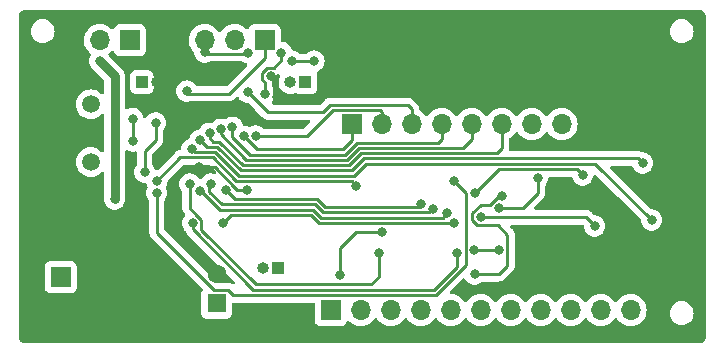
<source format=gbr>
%TF.GenerationSoftware,KiCad,Pcbnew,7.0.9*%
%TF.CreationDate,2025-01-22T01:01:42+01:00*%
%TF.ProjectId,MaotekEDP,4d616f74-656b-4454-9450-2e6b69636164,rev?*%
%TF.SameCoordinates,Original*%
%TF.FileFunction,Copper,L2,Bot*%
%TF.FilePolarity,Positive*%
%FSLAX46Y46*%
G04 Gerber Fmt 4.6, Leading zero omitted, Abs format (unit mm)*
G04 Created by KiCad (PCBNEW 7.0.9) date 2025-01-22 01:01:42*
%MOMM*%
%LPD*%
G01*
G04 APERTURE LIST*
%TA.AperFunction,ComponentPad*%
%ADD10R,1.700000X1.700000*%
%TD*%
%TA.AperFunction,ComponentPad*%
%ADD11O,1.700000X1.700000*%
%TD*%
%TA.AperFunction,ComponentPad*%
%ADD12C,1.500000*%
%TD*%
%TA.AperFunction,ComponentPad*%
%ADD13R,1.000000X1.000000*%
%TD*%
%TA.AperFunction,ComponentPad*%
%ADD14O,1.000000X1.000000*%
%TD*%
%TA.AperFunction,ComponentPad*%
%ADD15R,1.600000X1.600000*%
%TD*%
%TA.AperFunction,ComponentPad*%
%ADD16C,1.600000*%
%TD*%
%TA.AperFunction,ViaPad*%
%ADD17C,0.800000*%
%TD*%
%TA.AperFunction,Conductor*%
%ADD18C,0.250000*%
%TD*%
%TA.AperFunction,Conductor*%
%ADD19C,0.750000*%
%TD*%
G04 APERTURE END LIST*
D10*
%TO.P,J9,1,Pin_1*%
%TO.N,+3.3V*%
X156723000Y-50292000D03*
D11*
%TO.P,J9,2,Pin_2*%
X154183000Y-50292000D03*
%TD*%
D10*
%TO.P,J8,1,Pin_1*%
%TO.N,39*%
X175514000Y-57404000D03*
D11*
%TO.P,J8,2,Pin_2*%
%TO.N,38*%
X178054000Y-57404000D03*
%TO.P,J8,3,Pin_3*%
%TO.N,40*%
X180594000Y-57404000D03*
%TO.P,J8,4,Pin_4*%
%TO.N,41*%
X183134000Y-57404000D03*
%TO.P,J8,5,Pin_5*%
%TO.N,42*%
X185674000Y-57404000D03*
%TO.P,J8,6,Pin_6*%
%TO.N,43*%
X188214000Y-57404000D03*
%TO.P,J8,7,Pin_7*%
%TO.N,33*%
X190754000Y-57404000D03*
%TO.P,J8,8,Pin_8*%
%TO.N,32*%
X193294000Y-57404000D03*
%TO.P,J8,9,Pin_9*%
%TO.N,GND*%
X195834000Y-57404000D03*
%TO.P,J8,10,Pin_10*%
X198374000Y-57404000D03*
%TO.P,J8,11,Pin_11*%
X200914000Y-57404000D03*
%TO.P,J8,12,Pin_12*%
X203454000Y-57404000D03*
%TD*%
D12*
%TO.P,Y1,1,1*%
%TO.N,OSCOUT*%
X153416000Y-60616000D03*
%TO.P,Y1,2,2*%
%TO.N,OSCIN*%
X153416000Y-55716000D03*
%TD*%
D10*
%TO.P,J3,1,Pin_1*%
%TO.N,+3.3V*%
X168148000Y-50292000D03*
D11*
%TO.P,J3,2,Pin_2*%
%TO.N,SWIO*%
X165608000Y-50292000D03*
%TO.P,J3,3,Pin_3*%
%TO.N,SWCLK*%
X163068000Y-50292000D03*
%TO.P,J3,4,Pin_4*%
%TO.N,GND*%
X160528000Y-50292000D03*
%TD*%
D10*
%TO.P,J7,1,Pin_1*%
%TO.N,+5V*%
X150876000Y-70363000D03*
D11*
%TO.P,J7,2,Pin_2*%
%TO.N,GND*%
X150876000Y-67823000D03*
%TD*%
D13*
%TO.P,J4,1,Pin_1*%
%TO.N,NRST*%
X157734000Y-53848000D03*
D14*
%TO.P,J4,2,Pin_2*%
%TO.N,GND*%
X159004000Y-53848000D03*
%TD*%
D15*
%TO.P,C14,1*%
%TO.N,+3.3V*%
X164084000Y-72579113D03*
D16*
%TO.P,C14,2*%
%TO.N,GND*%
X164084000Y-70079113D03*
%TD*%
D10*
%TO.P,J2,1,Pin_1*%
%TO.N,+3.3V*%
X173736000Y-73152000D03*
D11*
%TO.P,J2,2,Pin_2*%
%TO.N,out1*%
X176276000Y-73152000D03*
%TO.P,J2,3,Pin_3*%
%TO.N,out2*%
X178816000Y-73152000D03*
%TO.P,J2,4,Pin_4*%
%TO.N,out3*%
X181356000Y-73152000D03*
%TO.P,J2,5,Pin_5*%
%TO.N,out4*%
X183896000Y-73152000D03*
%TO.P,J2,6,Pin_6*%
%TO.N,out5*%
X186436000Y-73152000D03*
%TO.P,J2,7,Pin_7*%
%TO.N,out6*%
X188976000Y-73152000D03*
%TO.P,J2,8,Pin_8*%
%TO.N,out7*%
X191516000Y-73152000D03*
%TO.P,J2,9,Pin_9*%
%TO.N,out8*%
X194056000Y-73152000D03*
%TO.P,J2,10,Pin_10*%
%TO.N,out9*%
X196596000Y-73152000D03*
%TO.P,J2,11,Pin_11*%
%TO.N,out10*%
X199136000Y-73152000D03*
%TD*%
D13*
%TO.P,J6,1,Pin_1*%
%TO.N,+3.3V*%
X169306000Y-69596000D03*
D14*
%TO.P,J6,2,Pin_2*%
%TO.N,BOOT1*%
X168036000Y-69596000D03*
%TD*%
D13*
%TO.P,J5,1,Pin_1*%
%TO.N,+3.3V*%
X171592000Y-53848000D03*
D14*
%TO.P,J5,2,Pin_2*%
%TO.N,BOOT0*%
X170322000Y-53848000D03*
%TD*%
D17*
%TO.N,+3.3V*%
X154178000Y-52070000D03*
X155448000Y-63754000D03*
%TO.N,40*%
X166715950Y-54704093D03*
%TO.N,SWCLK*%
X169561820Y-51345738D03*
X168148000Y-54864000D03*
X166734180Y-51345738D03*
%TO.N,39*%
X166384131Y-58425533D03*
%TO.N,38*%
X167383196Y-58416769D03*
%TO.N,41*%
X165413987Y-57673100D03*
%TO.N,42*%
X164427503Y-57833888D03*
%TO.N,43*%
X163475065Y-58184957D03*
%TO.N,GND*%
X168651701Y-53335701D03*
X169164000Y-55118000D03*
%TO.N,+3.3V*%
X161544000Y-54610000D03*
X158900500Y-57300500D03*
X157988000Y-61468000D03*
%TO.N,SWIO*%
X172316500Y-52070000D03*
%TO.N,out5*%
X185928000Y-70104000D03*
X188209701Y-63504299D03*
%TO.N,out1*%
X178054000Y-66548000D03*
X174557760Y-70163760D03*
%TO.N,GND*%
X189484000Y-71120000D03*
X201930000Y-70866000D03*
X195834000Y-70866000D03*
X184912000Y-71120000D03*
X166617500Y-62954500D03*
X162560000Y-61034500D03*
%TO.N,SWIO*%
X170434000Y-52070000D03*
%TO.N,SWCLK*%
X163068000Y-51308000D03*
%TO.N,NRST*%
X156972000Y-58832500D03*
X156972000Y-56933500D03*
%TO.N,in1*%
X175899299Y-62606701D03*
X159008299Y-62234299D03*
%TO.N,in2*%
X161798000Y-62484000D03*
X177800000Y-68326000D03*
%TO.N,in3*%
X159004000Y-63246000D03*
X184150000Y-62230000D03*
%TO.N,in4*%
X184404000Y-68326000D03*
X162052000Y-65786000D03*
%TO.N,in5*%
X183596299Y-64953882D03*
X187960000Y-64516000D03*
X191262000Y-61976000D03*
X162629636Y-63038424D03*
%TO.N,in6*%
X187960000Y-68072000D03*
X185890500Y-68072000D03*
X182372000Y-64611500D03*
X163576000Y-62484000D03*
%TO.N,in7*%
X164846000Y-62992000D03*
X185928000Y-63262497D03*
X195072000Y-61722000D03*
X181390426Y-64161500D03*
%TO.N,in8*%
X184150000Y-65786000D03*
X186436000Y-65240500D03*
X196088000Y-66040000D03*
X164592000Y-65786000D03*
%TO.N,in9*%
X200152000Y-60706000D03*
X162664881Y-58770283D03*
%TO.N,in10*%
X200914000Y-65532000D03*
X161985064Y-59502986D03*
%TD*%
D18*
%TO.N,in1*%
X161015598Y-60227000D02*
X159008299Y-62234299D01*
X165745701Y-62230000D02*
X163742701Y-60227000D01*
X175522598Y-62230000D02*
X165745701Y-62230000D01*
X175899299Y-62606701D02*
X175522598Y-62230000D01*
X163742701Y-60227000D02*
X161015598Y-60227000D01*
%TO.N,in10*%
X196146000Y-60764000D02*
X200914000Y-65532000D01*
X176716695Y-60764000D02*
X196146000Y-60764000D01*
X163929097Y-59777000D02*
X165932097Y-61780000D01*
X162259078Y-59777000D02*
X163929097Y-59777000D01*
X165932097Y-61780000D02*
X175700695Y-61780000D01*
X175700695Y-61780000D02*
X176716695Y-60764000D01*
X161985064Y-59502986D02*
X162259078Y-59777000D01*
%TO.N,in9*%
X176530299Y-60314000D02*
X199760000Y-60314000D01*
X175514299Y-61330000D02*
X176530299Y-60314000D01*
X164115493Y-59327000D02*
X166118493Y-61330000D01*
X163221598Y-59327000D02*
X164115493Y-59327000D01*
X166118493Y-61330000D02*
X175514299Y-61330000D01*
X162664881Y-58770283D02*
X163221598Y-59327000D01*
X199760000Y-60314000D02*
X200152000Y-60706000D01*
%TO.N,43*%
X188214000Y-59436000D02*
X188214000Y-57404000D01*
X175318000Y-60880000D02*
X176334000Y-59864000D01*
X164301889Y-58877000D02*
X166304889Y-60880000D01*
X163779000Y-58877000D02*
X164301889Y-58877000D01*
X163475065Y-58573065D02*
X163779000Y-58877000D01*
X176334000Y-59864000D02*
X187786000Y-59864000D01*
X187786000Y-59864000D02*
X188214000Y-59436000D01*
X163475065Y-58184957D02*
X163475065Y-58573065D01*
X166304889Y-60880000D02*
X175318000Y-60880000D01*
D19*
%TO.N,+3.3V*%
X155448000Y-53340000D02*
X154178000Y-52070000D01*
X155448000Y-63754000D02*
X155448000Y-53340000D01*
D18*
%TO.N,38*%
X177895000Y-56229000D02*
X178054000Y-56388000D01*
X178054000Y-56388000D02*
X178054000Y-57404000D01*
X173895000Y-56229000D02*
X177895000Y-56229000D01*
X167383196Y-58416769D02*
X171707231Y-58416769D01*
X171707231Y-58416769D02*
X173895000Y-56229000D01*
%TO.N,40*%
X180594000Y-56134000D02*
X180594000Y-57404000D01*
X180239000Y-55779000D02*
X180594000Y-56134000D01*
X173708604Y-55779000D02*
X180239000Y-55779000D01*
X173099604Y-56388000D02*
X173708604Y-55779000D01*
X168399857Y-56388000D02*
X173099604Y-56388000D01*
X166715950Y-54704093D02*
X168399857Y-56388000D01*
%TO.N,SWCLK*%
X168968078Y-52610701D02*
X169561820Y-52016959D01*
X167926701Y-53035396D02*
X168351396Y-52610701D01*
X167926701Y-53636006D02*
X167926701Y-53035396D01*
X168351396Y-52610701D02*
X168968078Y-52610701D01*
X169561820Y-52016959D02*
X169561820Y-51345738D01*
X168148000Y-54864000D02*
X168148000Y-53857305D01*
X168148000Y-53857305D02*
X167926701Y-53636006D01*
X166612918Y-51467000D02*
X163227000Y-51467000D01*
X166734180Y-51345738D02*
X166612918Y-51467000D01*
X163227000Y-51467000D02*
X163068000Y-51308000D01*
%TO.N,39*%
X175514000Y-58768000D02*
X175514000Y-57404000D01*
X174752000Y-59530000D02*
X175514000Y-58768000D01*
X167471122Y-59530000D02*
X174752000Y-59530000D01*
X166384131Y-58443009D02*
X167471122Y-59530000D01*
X166384131Y-58425533D02*
X166384131Y-58443009D01*
%TO.N,41*%
X183134000Y-58674000D02*
X183134000Y-57404000D01*
X182844000Y-58964000D02*
X183134000Y-58674000D01*
X165413987Y-58479987D02*
X166914000Y-59980000D01*
X166914000Y-59980000D02*
X174945208Y-59980000D01*
X174945208Y-59980000D02*
X175961208Y-58964000D01*
X165413987Y-57673100D02*
X165413987Y-58479987D01*
X175961208Y-58964000D02*
X182844000Y-58964000D01*
%TO.N,42*%
X185674000Y-58652000D02*
X185674000Y-57404000D01*
X184912000Y-59414000D02*
X185674000Y-58652000D01*
X176147604Y-59414000D02*
X184912000Y-59414000D01*
X175131604Y-60430000D02*
X176147604Y-59414000D01*
X166602000Y-60430000D02*
X175131604Y-60430000D01*
X164427503Y-58255503D02*
X166602000Y-60430000D01*
X164427503Y-57833888D02*
X164427503Y-58255503D01*
%TO.N,in2*%
X177800000Y-70358000D02*
X177800000Y-68326000D01*
X162352305Y-65061000D02*
X162777000Y-65485695D01*
X162777000Y-65485695D02*
X162777000Y-66382604D01*
X167376396Y-70982000D02*
X177176000Y-70982000D01*
X177176000Y-70982000D02*
X177800000Y-70358000D01*
X162343000Y-65061000D02*
X162352305Y-65061000D01*
X161798000Y-62484000D02*
X161798000Y-64516000D01*
X161798000Y-64516000D02*
X162343000Y-65061000D01*
X162777000Y-66382604D02*
X167376396Y-70982000D01*
%TO.N,GND*%
X168910000Y-53594000D02*
X168651701Y-53335701D01*
X169164000Y-55118000D02*
X168910000Y-54864000D01*
X168910000Y-54864000D02*
X168910000Y-53594000D01*
%TO.N,+3.3V*%
X161765299Y-54831299D02*
X165150604Y-54831299D01*
X165150604Y-54831299D02*
X168148000Y-51833903D01*
X168148000Y-51833903D02*
X168148000Y-50292000D01*
X161544000Y-54610000D02*
X161765299Y-54831299D01*
X158900500Y-58777500D02*
X158900500Y-57300500D01*
X157988000Y-59690000D02*
X158900500Y-58777500D01*
X157988000Y-61468000D02*
X157988000Y-59690000D01*
%TO.N,SWIO*%
X170434000Y-52070000D02*
X172316500Y-52070000D01*
%TO.N,out5*%
X187946396Y-63504299D02*
X188209701Y-63504299D01*
X187235000Y-64215695D02*
X187946396Y-63504299D01*
X186435500Y-64215695D02*
X187235000Y-64215695D01*
X187885500Y-65965500D02*
X186135695Y-65965500D01*
X186135695Y-65965500D02*
X185711000Y-65540805D01*
X185711000Y-65540805D02*
X185711000Y-64940195D01*
X188685000Y-66765000D02*
X187885500Y-65965500D01*
X188685000Y-69379000D02*
X188685000Y-66765000D01*
X185711000Y-64940195D02*
X186435500Y-64215695D01*
X187960000Y-70104000D02*
X188685000Y-69379000D01*
X185928000Y-70104000D02*
X187960000Y-70104000D01*
%TO.N,out1*%
X175895000Y-66548000D02*
X178054000Y-66548000D01*
X174557760Y-70163760D02*
X174557760Y-67885240D01*
X174557760Y-67885240D02*
X175895000Y-66548000D01*
%TO.N,in4*%
X162052000Y-66294000D02*
X162052000Y-65786000D01*
X182439604Y-71432000D02*
X167190000Y-71432000D01*
X167190000Y-71432000D02*
X162052000Y-66294000D01*
X184404000Y-68326000D02*
X184404000Y-69467604D01*
X184404000Y-69467604D02*
X182439604Y-71432000D01*
%TO.N,in3*%
X185166000Y-63246000D02*
X184150000Y-62230000D01*
X182626000Y-71882000D02*
X185166000Y-69342000D01*
X165463000Y-71882000D02*
X182626000Y-71882000D01*
X185166000Y-69342000D02*
X185166000Y-63246000D01*
X165035113Y-71454113D02*
X165463000Y-71882000D01*
X159004000Y-66590104D02*
X163868009Y-71454113D01*
X163868009Y-71454113D02*
X165035113Y-71454113D01*
X159004000Y-63246000D02*
X159004000Y-66590104D01*
%TO.N,GND*%
X163913805Y-61034500D02*
X162560000Y-61034500D01*
X165571000Y-62691695D02*
X163913805Y-61034500D01*
X165824500Y-62954500D02*
X165571000Y-62701000D01*
X166617500Y-62954500D02*
X165824500Y-62954500D01*
X165571000Y-62701000D02*
X165571000Y-62691695D01*
%TO.N,in8*%
X186473500Y-65278000D02*
X195326000Y-65278000D01*
X186436000Y-65240500D02*
X186473500Y-65278000D01*
X195326000Y-65278000D02*
X196088000Y-66040000D01*
%TO.N,in5*%
X191262000Y-63246000D02*
X191262000Y-61976000D01*
X189992000Y-64516000D02*
X191262000Y-63246000D01*
X187960000Y-64516000D02*
X189992000Y-64516000D01*
%TO.N,in7*%
X181115926Y-64436000D02*
X181390426Y-64161500D01*
X173266792Y-64436000D02*
X181115926Y-64436000D01*
X172584792Y-63754000D02*
X173266792Y-64436000D01*
X165608000Y-63754000D02*
X172584792Y-63754000D01*
X164846000Y-62992000D02*
X165608000Y-63754000D01*
%TO.N,in8*%
X172707604Y-65786000D02*
X184150000Y-65786000D01*
X172025604Y-65104000D02*
X172707604Y-65786000D01*
X165274000Y-65104000D02*
X172025604Y-65104000D01*
X164592000Y-65786000D02*
X165274000Y-65104000D01*
%TO.N,GND*%
X195834000Y-70866000D02*
X189738000Y-70866000D01*
X195834000Y-70866000D02*
X201930000Y-70866000D01*
X189738000Y-70866000D02*
X189484000Y-71120000D01*
X184912000Y-71120000D02*
X189484000Y-71120000D01*
%TO.N,NRST*%
X156972000Y-58832500D02*
X156972000Y-56933500D01*
%TO.N,in5*%
X172894000Y-65336000D02*
X183214181Y-65336000D01*
X172212000Y-64654000D02*
X172894000Y-65336000D01*
X162713617Y-63038424D02*
X164329193Y-64654000D01*
X162629636Y-63038424D02*
X162713617Y-63038424D01*
X164329193Y-64654000D02*
X172212000Y-64654000D01*
X183214181Y-65336000D02*
X183596299Y-64953882D01*
%TO.N,in6*%
X163434748Y-62446140D02*
X163434748Y-63123159D01*
X164515589Y-64204000D02*
X172398396Y-64204000D01*
X172398396Y-64204000D02*
X173080396Y-64886000D01*
X182097500Y-64886000D02*
X182372000Y-64611500D01*
X173080396Y-64886000D02*
X182097500Y-64886000D01*
X185890500Y-68072000D02*
X187960000Y-68072000D01*
X163434748Y-63123159D02*
X164515589Y-64204000D01*
%TO.N,in7*%
X194564000Y-61214000D02*
X195072000Y-61722000D01*
X187976497Y-61214000D02*
X194564000Y-61214000D01*
X185928000Y-63262497D02*
X187976497Y-61214000D01*
%TD*%
%TA.AperFunction,Conductor*%
%TO.N,GND*%
G36*
X163496393Y-60872462D02*
G01*
X163527252Y-60896141D01*
X164006754Y-61375643D01*
X164045318Y-61442438D01*
X164045318Y-61519566D01*
X164006754Y-61586361D01*
X163939959Y-61624925D01*
X163862831Y-61624925D01*
X163855962Y-61622890D01*
X163855803Y-61622856D01*
X163795911Y-61610125D01*
X163670648Y-61583500D01*
X163670646Y-61583500D01*
X163481354Y-61583500D01*
X163481352Y-61583500D01*
X163381392Y-61604747D01*
X163296197Y-61622856D01*
X163296195Y-61622856D01*
X163296194Y-61622857D01*
X163123272Y-61699847D01*
X162970127Y-61811113D01*
X162843468Y-61951781D01*
X162816037Y-61999293D01*
X162761499Y-62053830D01*
X162686999Y-62073792D01*
X162612499Y-62053829D01*
X162557963Y-61999293D01*
X162530531Y-61951781D01*
X162403872Y-61811113D01*
X162382484Y-61795574D01*
X162250730Y-61699849D01*
X162250729Y-61699848D01*
X162250727Y-61699847D01*
X162077805Y-61622857D01*
X162077803Y-61622856D01*
X161971360Y-61600231D01*
X161892648Y-61583500D01*
X161892646Y-61583500D01*
X161703354Y-61583500D01*
X161703352Y-61583500D01*
X161603392Y-61604747D01*
X161518197Y-61622856D01*
X161518195Y-61622856D01*
X161518194Y-61622857D01*
X161345272Y-61699847D01*
X161192127Y-61811113D01*
X161065469Y-61951779D01*
X160970822Y-62115714D01*
X160970819Y-62115721D01*
X160912325Y-62295745D01*
X160892540Y-62484000D01*
X160912325Y-62672254D01*
X160964039Y-62831411D01*
X160970821Y-62852284D01*
X161065467Y-63016216D01*
X161102859Y-63057744D01*
X161134228Y-63092582D01*
X161169244Y-63161303D01*
X161172500Y-63192283D01*
X161172500Y-64430495D01*
X161170647Y-64447280D01*
X161171209Y-64447334D01*
X161170326Y-64456670D01*
X161172500Y-64525814D01*
X161172500Y-64555355D01*
X161173296Y-64561657D01*
X161173845Y-64568645D01*
X161175290Y-64614620D01*
X161175292Y-64614634D01*
X161180331Y-64631978D01*
X161185072Y-64654870D01*
X161187335Y-64672789D01*
X161187337Y-64672796D01*
X161204273Y-64715570D01*
X161206547Y-64722212D01*
X161219382Y-64766390D01*
X161228578Y-64781940D01*
X161238861Y-64802930D01*
X161245514Y-64819732D01*
X161252083Y-64828773D01*
X161272558Y-64856956D01*
X161276410Y-64862820D01*
X161299830Y-64902420D01*
X161312606Y-64915196D01*
X161327786Y-64932970D01*
X161338405Y-64947586D01*
X161338410Y-64947591D01*
X161365836Y-64970279D01*
X161410516Y-65033147D01*
X161417776Y-65109933D01*
X161385670Y-65180061D01*
X161381591Y-65184787D01*
X161319469Y-65253780D01*
X161224822Y-65417714D01*
X161224819Y-65417721D01*
X161166325Y-65597745D01*
X161146540Y-65786000D01*
X161166325Y-65974254D01*
X161214823Y-66123513D01*
X161224821Y-66154284D01*
X161319110Y-66317598D01*
X161319469Y-66318219D01*
X161354852Y-66357515D01*
X161425356Y-66435817D01*
X161453166Y-66480673D01*
X161458275Y-66493578D01*
X161460548Y-66500217D01*
X161473382Y-66544390D01*
X161482578Y-66559940D01*
X161492861Y-66580930D01*
X161499514Y-66597732D01*
X161516071Y-66620521D01*
X161526558Y-66634956D01*
X161530410Y-66640820D01*
X161553830Y-66680420D01*
X161561309Y-66687899D01*
X161566606Y-66693196D01*
X161581786Y-66710970D01*
X161587887Y-66719368D01*
X161592406Y-66725587D01*
X161627856Y-66754914D01*
X161633044Y-66759635D01*
X165579938Y-70706529D01*
X165618502Y-70773324D01*
X165618502Y-70850452D01*
X165579938Y-70917247D01*
X165513143Y-70955811D01*
X165436015Y-70955811D01*
X165402803Y-70942461D01*
X165400868Y-70941397D01*
X165389859Y-70935345D01*
X165370321Y-70922511D01*
X165356049Y-70911440D01*
X165356047Y-70911439D01*
X165356045Y-70911437D01*
X165313816Y-70893163D01*
X165307520Y-70890078D01*
X165267205Y-70867916D01*
X165267204Y-70867915D01*
X165267203Y-70867915D01*
X165249710Y-70863424D01*
X165227593Y-70855851D01*
X165211009Y-70848675D01*
X165211007Y-70848674D01*
X165211006Y-70848674D01*
X165165562Y-70841476D01*
X165158688Y-70840052D01*
X165136124Y-70834259D01*
X165114132Y-70828613D01*
X165114130Y-70828613D01*
X165096067Y-70828613D01*
X165072760Y-70826779D01*
X165054917Y-70823953D01*
X165054916Y-70823953D01*
X165009117Y-70828282D01*
X165002102Y-70828613D01*
X164188818Y-70828613D01*
X164114318Y-70808651D01*
X164083459Y-70784972D01*
X159673141Y-66374654D01*
X159634577Y-66307859D01*
X159629500Y-66269295D01*
X159629500Y-63954283D01*
X159649462Y-63879783D01*
X159667772Y-63854582D01*
X159692293Y-63827349D01*
X159736533Y-63778216D01*
X159831179Y-63614284D01*
X159889674Y-63434256D01*
X159909460Y-63246000D01*
X159889674Y-63057744D01*
X159831179Y-62877716D01*
X159796916Y-62818372D01*
X159776954Y-62743873D01*
X159796916Y-62669373D01*
X159835478Y-62602583D01*
X159893973Y-62422555D01*
X159910695Y-62263451D01*
X159938334Y-62191448D01*
X159953512Y-62173675D01*
X161231048Y-60896141D01*
X161297843Y-60857577D01*
X161336407Y-60852500D01*
X163421893Y-60852500D01*
X163496393Y-60872462D01*
G37*
%TD.AperFunction*%
%TA.AperFunction,Conductor*%
G36*
X204994641Y-47753137D02*
G01*
X205095962Y-47766476D01*
X205133529Y-47776542D01*
X205217878Y-47811480D01*
X205251560Y-47830927D01*
X205323994Y-47886508D01*
X205351491Y-47914005D01*
X205407071Y-47986437D01*
X205426519Y-48020122D01*
X205461456Y-48104467D01*
X205471523Y-48142038D01*
X205484862Y-48243353D01*
X205485500Y-48253087D01*
X205485500Y-75444911D01*
X205484862Y-75454646D01*
X205471523Y-75555961D01*
X205461456Y-75593532D01*
X205426519Y-75677877D01*
X205407071Y-75711562D01*
X205351495Y-75783990D01*
X205323990Y-75811495D01*
X205251562Y-75867071D01*
X205217877Y-75886519D01*
X205133532Y-75921456D01*
X205095961Y-75931523D01*
X205047007Y-75937968D01*
X204994640Y-75944862D01*
X204984913Y-75945500D01*
X147821087Y-75945500D01*
X147811359Y-75944862D01*
X147751124Y-75936932D01*
X147710038Y-75931523D01*
X147672467Y-75921456D01*
X147588122Y-75886519D01*
X147554437Y-75867071D01*
X147482005Y-75811491D01*
X147454508Y-75783994D01*
X147398927Y-75711560D01*
X147379480Y-75677877D01*
X147344543Y-75593532D01*
X147334476Y-75555959D01*
X147321138Y-75454645D01*
X147320500Y-75444910D01*
X147320500Y-71260863D01*
X149525500Y-71260863D01*
X149525502Y-71260888D01*
X149531908Y-71320478D01*
X149531909Y-71320484D01*
X149582202Y-71455329D01*
X149582204Y-71455333D01*
X149668452Y-71570544D01*
X149668455Y-71570547D01*
X149783666Y-71656795D01*
X149783670Y-71656797D01*
X149918517Y-71707091D01*
X149978114Y-71713499D01*
X149978118Y-71713499D01*
X149978127Y-71713500D01*
X151773872Y-71713499D01*
X151833483Y-71707091D01*
X151929447Y-71671298D01*
X151968329Y-71656797D01*
X151968333Y-71656795D01*
X152025938Y-71613671D01*
X152083546Y-71570546D01*
X152169796Y-71455331D01*
X152220091Y-71320483D01*
X152221823Y-71304370D01*
X152226499Y-71260885D01*
X152226499Y-71260882D01*
X152226500Y-71260873D01*
X152226499Y-69465128D01*
X152220091Y-69405517D01*
X152188138Y-69319847D01*
X152169797Y-69270670D01*
X152169795Y-69270666D01*
X152083547Y-69155455D01*
X152083544Y-69155452D01*
X151968333Y-69069204D01*
X151968329Y-69069202D01*
X151833482Y-69018908D01*
X151773876Y-69012500D01*
X149978136Y-69012500D01*
X149978111Y-69012502D01*
X149918521Y-69018908D01*
X149918515Y-69018909D01*
X149783670Y-69069202D01*
X149783666Y-69069204D01*
X149668455Y-69155452D01*
X149668452Y-69155455D01*
X149582204Y-69270666D01*
X149582202Y-69270670D01*
X149531908Y-69405517D01*
X149525500Y-69465114D01*
X149525500Y-71260863D01*
X147320500Y-71260863D01*
X147320500Y-60616000D01*
X152160723Y-60616000D01*
X152179793Y-60833978D01*
X152236424Y-61045328D01*
X152236425Y-61045330D01*
X152328894Y-61243633D01*
X152328897Y-61243638D01*
X152328898Y-61243639D01*
X152454402Y-61422877D01*
X152609123Y-61577598D01*
X152721458Y-61656256D01*
X152788361Y-61703102D01*
X152788366Y-61703105D01*
X152871201Y-61741731D01*
X152986670Y-61795575D01*
X153198023Y-61852207D01*
X153416000Y-61871277D01*
X153633977Y-61852207D01*
X153845330Y-61795575D01*
X154043639Y-61703102D01*
X154222877Y-61577598D01*
X154318141Y-61482334D01*
X154384936Y-61443770D01*
X154462064Y-61443770D01*
X154528859Y-61482334D01*
X154567423Y-61549129D01*
X154572500Y-61587693D01*
X154572500Y-63510831D01*
X154565208Y-63556873D01*
X154562325Y-63565743D01*
X154542540Y-63754000D01*
X154562325Y-63942254D01*
X154562326Y-63942256D01*
X154620821Y-64122284D01*
X154712452Y-64280994D01*
X154715469Y-64286219D01*
X154789366Y-64368289D01*
X154842129Y-64426888D01*
X154995270Y-64538151D01*
X155168197Y-64615144D01*
X155309315Y-64645139D01*
X155353352Y-64654500D01*
X155353354Y-64654500D01*
X155542648Y-64654500D01*
X155582004Y-64646134D01*
X155727803Y-64615144D01*
X155900730Y-64538151D01*
X156053871Y-64426888D01*
X156167627Y-64300550D01*
X156180531Y-64286219D01*
X156183548Y-64280994D01*
X156275179Y-64122284D01*
X156333674Y-63942256D01*
X156353460Y-63754000D01*
X156333674Y-63565744D01*
X156330792Y-63556873D01*
X156323500Y-63510831D01*
X156323500Y-59758928D01*
X156343462Y-59684428D01*
X156398000Y-59629890D01*
X156472500Y-59609928D01*
X156533101Y-59622809D01*
X156692197Y-59693644D01*
X156810581Y-59718807D01*
X156877352Y-59733000D01*
X156877354Y-59733000D01*
X157066648Y-59733000D01*
X157147863Y-59715737D01*
X157182521Y-59708370D01*
X157259543Y-59712406D01*
X157324228Y-59754413D01*
X157359244Y-59823135D01*
X157362500Y-59854114D01*
X157362500Y-60759715D01*
X157342538Y-60834215D01*
X157324229Y-60859415D01*
X157255468Y-60935782D01*
X157160822Y-61099714D01*
X157160819Y-61099721D01*
X157102325Y-61279745D01*
X157082540Y-61468000D01*
X157102325Y-61656254D01*
X157147423Y-61795050D01*
X157160821Y-61836284D01*
X157171261Y-61854366D01*
X157255469Y-62000220D01*
X157359462Y-62115714D01*
X157382129Y-62140888D01*
X157535270Y-62252151D01*
X157708197Y-62329144D01*
X157838874Y-62356920D01*
X157893352Y-62368500D01*
X157996807Y-62368500D01*
X158071307Y-62388462D01*
X158125845Y-62443000D01*
X158138513Y-62471455D01*
X158181120Y-62602583D01*
X158210403Y-62653303D01*
X158215382Y-62661926D01*
X158235344Y-62736427D01*
X158215382Y-62810925D01*
X158176824Y-62877709D01*
X158176819Y-62877721D01*
X158118325Y-63057745D01*
X158098540Y-63246000D01*
X158118325Y-63434254D01*
X158166072Y-63581202D01*
X158176821Y-63614284D01*
X158248364Y-63738200D01*
X158271467Y-63778216D01*
X158271468Y-63778217D01*
X158340228Y-63854582D01*
X158375244Y-63923303D01*
X158378500Y-63954283D01*
X158378500Y-66504599D01*
X158376647Y-66521384D01*
X158377209Y-66521438D01*
X158376326Y-66530774D01*
X158378500Y-66599918D01*
X158378500Y-66629459D01*
X158379296Y-66635761D01*
X158379845Y-66642749D01*
X158381290Y-66688724D01*
X158381292Y-66688738D01*
X158386331Y-66706082D01*
X158391072Y-66728974D01*
X158393335Y-66746893D01*
X158393337Y-66746900D01*
X158410273Y-66789674D01*
X158412544Y-66796307D01*
X158425382Y-66840494D01*
X158431300Y-66850502D01*
X158434578Y-66856044D01*
X158444861Y-66877034D01*
X158451514Y-66893836D01*
X158456824Y-66901144D01*
X158478558Y-66931060D01*
X158482410Y-66936924D01*
X158505830Y-66976524D01*
X158514226Y-66984920D01*
X158518606Y-66989300D01*
X158533786Y-67007074D01*
X158544406Y-67021691D01*
X158579856Y-67051018D01*
X158585044Y-67055739D01*
X162845612Y-71316307D01*
X162884176Y-71383102D01*
X162884176Y-71460230D01*
X162859535Y-71510956D01*
X162840206Y-71536776D01*
X162840202Y-71536783D01*
X162789908Y-71671630D01*
X162783500Y-71731227D01*
X162783500Y-73426976D01*
X162783502Y-73427001D01*
X162789908Y-73486591D01*
X162789909Y-73486597D01*
X162840202Y-73621442D01*
X162840204Y-73621446D01*
X162926452Y-73736657D01*
X162926455Y-73736660D01*
X163041666Y-73822908D01*
X163041670Y-73822910D01*
X163176517Y-73873204D01*
X163236114Y-73879612D01*
X163236118Y-73879612D01*
X163236127Y-73879613D01*
X164931872Y-73879612D01*
X164991483Y-73873204D01*
X165107775Y-73829830D01*
X165126329Y-73822910D01*
X165126333Y-73822908D01*
X165183938Y-73779784D01*
X165241546Y-73736659D01*
X165327796Y-73621444D01*
X165378091Y-73486596D01*
X165379823Y-73470483D01*
X165384499Y-73426998D01*
X165384499Y-73426995D01*
X165384500Y-73426986D01*
X165384499Y-72656499D01*
X165404461Y-72582000D01*
X165458999Y-72527462D01*
X165533499Y-72507500D01*
X172236500Y-72507500D01*
X172311000Y-72527462D01*
X172365538Y-72582000D01*
X172385500Y-72656500D01*
X172385500Y-74049863D01*
X172385502Y-74049888D01*
X172391908Y-74109478D01*
X172391909Y-74109484D01*
X172442202Y-74244329D01*
X172442204Y-74244333D01*
X172528452Y-74359544D01*
X172528455Y-74359547D01*
X172643666Y-74445795D01*
X172643670Y-74445797D01*
X172778517Y-74496091D01*
X172838114Y-74502499D01*
X172838118Y-74502499D01*
X172838127Y-74502500D01*
X174633872Y-74502499D01*
X174693483Y-74496091D01*
X174789447Y-74460298D01*
X174828329Y-74445797D01*
X174828333Y-74445795D01*
X174907814Y-74386295D01*
X174943546Y-74359546D01*
X175029796Y-74244331D01*
X175029797Y-74244329D01*
X175029798Y-74244327D01*
X175065215Y-74149367D01*
X175109953Y-74086540D01*
X175180110Y-74054498D01*
X175256889Y-74061829D01*
X175310180Y-74096076D01*
X175404599Y-74190495D01*
X175598170Y-74326035D01*
X175812337Y-74425903D01*
X176040592Y-74487063D01*
X176276000Y-74507659D01*
X176511408Y-74487063D01*
X176739663Y-74425903D01*
X176953830Y-74326035D01*
X177147401Y-74190495D01*
X177314495Y-74023401D01*
X177423947Y-73867086D01*
X177483030Y-73817511D01*
X177558986Y-73804118D01*
X177631463Y-73830497D01*
X177668051Y-73867085D01*
X177777505Y-74023401D01*
X177944599Y-74190495D01*
X178138170Y-74326035D01*
X178352337Y-74425903D01*
X178580592Y-74487063D01*
X178816000Y-74507659D01*
X179051408Y-74487063D01*
X179279663Y-74425903D01*
X179493830Y-74326035D01*
X179687401Y-74190495D01*
X179854495Y-74023401D01*
X179963947Y-73867086D01*
X180023030Y-73817511D01*
X180098986Y-73804118D01*
X180171463Y-73830497D01*
X180208051Y-73867085D01*
X180317505Y-74023401D01*
X180484599Y-74190495D01*
X180678170Y-74326035D01*
X180892337Y-74425903D01*
X181120592Y-74487063D01*
X181356000Y-74507659D01*
X181591408Y-74487063D01*
X181819663Y-74425903D01*
X182033830Y-74326035D01*
X182227401Y-74190495D01*
X182394495Y-74023401D01*
X182503947Y-73867086D01*
X182563030Y-73817511D01*
X182638986Y-73804118D01*
X182711463Y-73830497D01*
X182748051Y-73867085D01*
X182857505Y-74023401D01*
X183024599Y-74190495D01*
X183218170Y-74326035D01*
X183432337Y-74425903D01*
X183660592Y-74487063D01*
X183896000Y-74507659D01*
X184131408Y-74487063D01*
X184359663Y-74425903D01*
X184573830Y-74326035D01*
X184767401Y-74190495D01*
X184934495Y-74023401D01*
X185043947Y-73867086D01*
X185103030Y-73817511D01*
X185178986Y-73804118D01*
X185251463Y-73830497D01*
X185288051Y-73867085D01*
X185397505Y-74023401D01*
X185564599Y-74190495D01*
X185758170Y-74326035D01*
X185972337Y-74425903D01*
X186200592Y-74487063D01*
X186436000Y-74507659D01*
X186671408Y-74487063D01*
X186899663Y-74425903D01*
X187113830Y-74326035D01*
X187307401Y-74190495D01*
X187474495Y-74023401D01*
X187583947Y-73867086D01*
X187643030Y-73817511D01*
X187718986Y-73804118D01*
X187791463Y-73830497D01*
X187828051Y-73867085D01*
X187937505Y-74023401D01*
X188104599Y-74190495D01*
X188298170Y-74326035D01*
X188512337Y-74425903D01*
X188740592Y-74487063D01*
X188976000Y-74507659D01*
X189211408Y-74487063D01*
X189439663Y-74425903D01*
X189653830Y-74326035D01*
X189847401Y-74190495D01*
X190014495Y-74023401D01*
X190123947Y-73867086D01*
X190183030Y-73817511D01*
X190258986Y-73804118D01*
X190331463Y-73830497D01*
X190368051Y-73867085D01*
X190477505Y-74023401D01*
X190644599Y-74190495D01*
X190838170Y-74326035D01*
X191052337Y-74425903D01*
X191280592Y-74487063D01*
X191516000Y-74507659D01*
X191751408Y-74487063D01*
X191979663Y-74425903D01*
X192193830Y-74326035D01*
X192387401Y-74190495D01*
X192554495Y-74023401D01*
X192663947Y-73867086D01*
X192723030Y-73817511D01*
X192798986Y-73804118D01*
X192871463Y-73830497D01*
X192908051Y-73867085D01*
X193017505Y-74023401D01*
X193184599Y-74190495D01*
X193378170Y-74326035D01*
X193592337Y-74425903D01*
X193820592Y-74487063D01*
X194056000Y-74507659D01*
X194291408Y-74487063D01*
X194519663Y-74425903D01*
X194733830Y-74326035D01*
X194927401Y-74190495D01*
X195094495Y-74023401D01*
X195203947Y-73867086D01*
X195263030Y-73817511D01*
X195338986Y-73804118D01*
X195411463Y-73830497D01*
X195448051Y-73867085D01*
X195557505Y-74023401D01*
X195724599Y-74190495D01*
X195918170Y-74326035D01*
X196132337Y-74425903D01*
X196360592Y-74487063D01*
X196596000Y-74507659D01*
X196831408Y-74487063D01*
X197059663Y-74425903D01*
X197273830Y-74326035D01*
X197467401Y-74190495D01*
X197634495Y-74023401D01*
X197743947Y-73867086D01*
X197803030Y-73817511D01*
X197878986Y-73804118D01*
X197951463Y-73830497D01*
X197988051Y-73867085D01*
X198097505Y-74023401D01*
X198264599Y-74190495D01*
X198458170Y-74326035D01*
X198672337Y-74425903D01*
X198900592Y-74487063D01*
X199136000Y-74507659D01*
X199371408Y-74487063D01*
X199599663Y-74425903D01*
X199813830Y-74326035D01*
X200007401Y-74190495D01*
X200174495Y-74023401D01*
X200310035Y-73829830D01*
X200409903Y-73615663D01*
X200466081Y-73406000D01*
X202448659Y-73406000D01*
X202467976Y-73602134D01*
X202525187Y-73790731D01*
X202618083Y-73964526D01*
X202618087Y-73964532D01*
X202618090Y-73964538D01*
X202743117Y-74116883D01*
X202895462Y-74241910D01*
X202895471Y-74241915D01*
X202895473Y-74241916D01*
X203069268Y-74334812D01*
X203069270Y-74334812D01*
X203069273Y-74334814D01*
X203257868Y-74392024D01*
X203454000Y-74411341D01*
X203650132Y-74392024D01*
X203838727Y-74334814D01*
X204012538Y-74241910D01*
X204164883Y-74116883D01*
X204289910Y-73964538D01*
X204382814Y-73790727D01*
X204440024Y-73602132D01*
X204449000Y-73510988D01*
X204449335Y-73508411D01*
X204449475Y-73507197D01*
X204449720Y-73503689D01*
X204454375Y-73456417D01*
X204459341Y-73406000D01*
X204449717Y-73308288D01*
X204449474Y-73304795D01*
X204449472Y-73304782D01*
X204449328Y-73303532D01*
X204448995Y-73300954D01*
X204440024Y-73209868D01*
X204382814Y-73021273D01*
X204382812Y-73021270D01*
X204382812Y-73021268D01*
X204289916Y-72847473D01*
X204289915Y-72847471D01*
X204289910Y-72847462D01*
X204164883Y-72695117D01*
X204012538Y-72570090D01*
X204012532Y-72570087D01*
X204012526Y-72570083D01*
X203838731Y-72477187D01*
X203650134Y-72419976D01*
X203454000Y-72400659D01*
X203257865Y-72419976D01*
X203069268Y-72477187D01*
X202895473Y-72570083D01*
X202895465Y-72570088D01*
X202895463Y-72570089D01*
X202895462Y-72570090D01*
X202880950Y-72582000D01*
X202743117Y-72695117D01*
X202618088Y-72847465D01*
X202618083Y-72847473D01*
X202525187Y-73021268D01*
X202467976Y-73209865D01*
X202448659Y-73406000D01*
X200466081Y-73406000D01*
X200471063Y-73387408D01*
X200491659Y-73152000D01*
X200471063Y-72916592D01*
X200409903Y-72688337D01*
X200310035Y-72474171D01*
X200174495Y-72280599D01*
X200007401Y-72113505D01*
X199813830Y-71977965D01*
X199599663Y-71878097D01*
X199599661Y-71878096D01*
X199371409Y-71816937D01*
X199136000Y-71796341D01*
X198900590Y-71816937D01*
X198672340Y-71878096D01*
X198672339Y-71878096D01*
X198672337Y-71878097D01*
X198458171Y-71977965D01*
X198458168Y-71977966D01*
X198458168Y-71977967D01*
X198264596Y-72113507D01*
X198097506Y-72280597D01*
X197988054Y-72436912D01*
X197928970Y-72486489D01*
X197853014Y-72499882D01*
X197780537Y-72473503D01*
X197743946Y-72436912D01*
X197722651Y-72406500D01*
X197634495Y-72280599D01*
X197467401Y-72113505D01*
X197273830Y-71977965D01*
X197059663Y-71878097D01*
X197059661Y-71878096D01*
X196831409Y-71816937D01*
X196596000Y-71796341D01*
X196360590Y-71816937D01*
X196132340Y-71878096D01*
X196132339Y-71878096D01*
X196132337Y-71878097D01*
X195918171Y-71977965D01*
X195918168Y-71977966D01*
X195918168Y-71977967D01*
X195724596Y-72113507D01*
X195557506Y-72280597D01*
X195448054Y-72436912D01*
X195388970Y-72486489D01*
X195313014Y-72499882D01*
X195240537Y-72473503D01*
X195203946Y-72436912D01*
X195182651Y-72406500D01*
X195094495Y-72280599D01*
X194927401Y-72113505D01*
X194733830Y-71977965D01*
X194519663Y-71878097D01*
X194519661Y-71878096D01*
X194291409Y-71816937D01*
X194056000Y-71796341D01*
X193820590Y-71816937D01*
X193592340Y-71878096D01*
X193592339Y-71878096D01*
X193592337Y-71878097D01*
X193378171Y-71977965D01*
X193378168Y-71977966D01*
X193378168Y-71977967D01*
X193184596Y-72113507D01*
X193017506Y-72280597D01*
X192908054Y-72436912D01*
X192848970Y-72486489D01*
X192773014Y-72499882D01*
X192700537Y-72473503D01*
X192663946Y-72436912D01*
X192642651Y-72406500D01*
X192554495Y-72280599D01*
X192387401Y-72113505D01*
X192193830Y-71977965D01*
X191979663Y-71878097D01*
X191979661Y-71878096D01*
X191751409Y-71816937D01*
X191516000Y-71796341D01*
X191280590Y-71816937D01*
X191052340Y-71878096D01*
X191052339Y-71878096D01*
X191052337Y-71878097D01*
X190838171Y-71977965D01*
X190838168Y-71977966D01*
X190838168Y-71977967D01*
X190644596Y-72113507D01*
X190477506Y-72280597D01*
X190368054Y-72436912D01*
X190308970Y-72486489D01*
X190233014Y-72499882D01*
X190160537Y-72473503D01*
X190123946Y-72436912D01*
X190102651Y-72406500D01*
X190014495Y-72280599D01*
X189847401Y-72113505D01*
X189653830Y-71977965D01*
X189439663Y-71878097D01*
X189439661Y-71878096D01*
X189211409Y-71816937D01*
X188976000Y-71796341D01*
X188740590Y-71816937D01*
X188512340Y-71878096D01*
X188512339Y-71878096D01*
X188512337Y-71878097D01*
X188298171Y-71977965D01*
X188298168Y-71977966D01*
X188298168Y-71977967D01*
X188104596Y-72113507D01*
X187937506Y-72280597D01*
X187828054Y-72436912D01*
X187768970Y-72486489D01*
X187693014Y-72499882D01*
X187620537Y-72473503D01*
X187583946Y-72436912D01*
X187562651Y-72406500D01*
X187474495Y-72280599D01*
X187307401Y-72113505D01*
X187113830Y-71977965D01*
X186899663Y-71878097D01*
X186899661Y-71878096D01*
X186671409Y-71816937D01*
X186436000Y-71796341D01*
X186200590Y-71816937D01*
X185972340Y-71878096D01*
X185972339Y-71878096D01*
X185972337Y-71878097D01*
X185758171Y-71977965D01*
X185758168Y-71977966D01*
X185758168Y-71977967D01*
X185564596Y-72113507D01*
X185397506Y-72280597D01*
X185288054Y-72436912D01*
X185228970Y-72486489D01*
X185153014Y-72499882D01*
X185080537Y-72473503D01*
X185043946Y-72436912D01*
X185022651Y-72406500D01*
X184934495Y-72280599D01*
X184767401Y-72113505D01*
X184573830Y-71977965D01*
X184359663Y-71878097D01*
X184359661Y-71878096D01*
X184131409Y-71816937D01*
X183938678Y-71800074D01*
X183866201Y-71773694D01*
X183816625Y-71714610D01*
X183803232Y-71638654D01*
X183829612Y-71566177D01*
X183846300Y-71546288D01*
X184897443Y-70495145D01*
X184964236Y-70456583D01*
X185041364Y-70456583D01*
X185108159Y-70495147D01*
X185131835Y-70526002D01*
X185152177Y-70561235D01*
X185195469Y-70636220D01*
X185309497Y-70762859D01*
X185322129Y-70776888D01*
X185475270Y-70888151D01*
X185475271Y-70888151D01*
X185475272Y-70888152D01*
X185486527Y-70893163D01*
X185648197Y-70965144D01*
X185789315Y-70995139D01*
X185833352Y-71004500D01*
X185833354Y-71004500D01*
X186022648Y-71004500D01*
X186062004Y-70996134D01*
X186207803Y-70965144D01*
X186380730Y-70888151D01*
X186533871Y-70776888D01*
X186533879Y-70776879D01*
X186539674Y-70771662D01*
X186540954Y-70773084D01*
X186596825Y-70736796D01*
X186642878Y-70729500D01*
X187874497Y-70729500D01*
X187891283Y-70731353D01*
X187891337Y-70730791D01*
X187900665Y-70731672D01*
X187900667Y-70731673D01*
X187900668Y-70731672D01*
X187900669Y-70731673D01*
X187969814Y-70729500D01*
X187999347Y-70729500D01*
X187999350Y-70729500D01*
X188005641Y-70728704D01*
X188012635Y-70728154D01*
X188017184Y-70728010D01*
X188058627Y-70726709D01*
X188075971Y-70721669D01*
X188098868Y-70716927D01*
X188116792Y-70714664D01*
X188159574Y-70697724D01*
X188166202Y-70695455D01*
X188210390Y-70682618D01*
X188225945Y-70673418D01*
X188246931Y-70663137D01*
X188263732Y-70656486D01*
X188300965Y-70629433D01*
X188306799Y-70625600D01*
X188346420Y-70602170D01*
X188359185Y-70589403D01*
X188376972Y-70574212D01*
X188391581Y-70563598D01*
X188391587Y-70563594D01*
X188420923Y-70528130D01*
X188425624Y-70522964D01*
X189066836Y-69881753D01*
X189080013Y-69871200D01*
X189079652Y-69870763D01*
X189086872Y-69864788D01*
X189086877Y-69864786D01*
X189134226Y-69814364D01*
X189155120Y-69793471D01*
X189159017Y-69788446D01*
X189163555Y-69783132D01*
X189195062Y-69749582D01*
X189203767Y-69733745D01*
X189216596Y-69714214D01*
X189227673Y-69699936D01*
X189245948Y-69657702D01*
X189249032Y-69651408D01*
X189271197Y-69611092D01*
X189275687Y-69593601D01*
X189283261Y-69571478D01*
X189290438Y-69554896D01*
X189297635Y-69509454D01*
X189299056Y-69502585D01*
X189310500Y-69458019D01*
X189310500Y-69439954D01*
X189312334Y-69416646D01*
X189315160Y-69398804D01*
X189312421Y-69369839D01*
X189310831Y-69353003D01*
X189310500Y-69345988D01*
X189310500Y-66850502D01*
X189312354Y-66833715D01*
X189311791Y-66833662D01*
X189312672Y-66824337D01*
X189312673Y-66824333D01*
X189310500Y-66755171D01*
X189310500Y-66725650D01*
X189309705Y-66719363D01*
X189309155Y-66712363D01*
X189308779Y-66700409D01*
X189307710Y-66666373D01*
X189302665Y-66649012D01*
X189297928Y-66626134D01*
X189295664Y-66608208D01*
X189278727Y-66565433D01*
X189276456Y-66558797D01*
X189267461Y-66527839D01*
X189263618Y-66514610D01*
X189254419Y-66499056D01*
X189244138Y-66478070D01*
X189237486Y-66461268D01*
X189210434Y-66424034D01*
X189206590Y-66418182D01*
X189205394Y-66416160D01*
X189190774Y-66391437D01*
X189183171Y-66378581D01*
X189170398Y-66365808D01*
X189155213Y-66348028D01*
X189144596Y-66333415D01*
X189138866Y-66328675D01*
X189126229Y-66318220D01*
X189109144Y-66304086D01*
X189103950Y-66299360D01*
X188962449Y-66157859D01*
X188923885Y-66091064D01*
X188923885Y-66013936D01*
X188962449Y-65947141D01*
X189029244Y-65908577D01*
X189067808Y-65903500D01*
X195005192Y-65903500D01*
X195079692Y-65923462D01*
X195110551Y-65947141D01*
X195142779Y-65979369D01*
X195181343Y-66046164D01*
X195185604Y-66069154D01*
X195202325Y-66228254D01*
X195260819Y-66408278D01*
X195260821Y-66408284D01*
X195274203Y-66431462D01*
X195355469Y-66572220D01*
X195476001Y-66706082D01*
X195482129Y-66712888D01*
X195635270Y-66824151D01*
X195808197Y-66901144D01*
X195948942Y-66931060D01*
X195993352Y-66940500D01*
X195993354Y-66940500D01*
X196182648Y-66940500D01*
X196227058Y-66931060D01*
X196367803Y-66901144D01*
X196540730Y-66824151D01*
X196693871Y-66712888D01*
X196797446Y-66597857D01*
X196820530Y-66572220D01*
X196820531Y-66572218D01*
X196820533Y-66572216D01*
X196915179Y-66408284D01*
X196973674Y-66228256D01*
X196993460Y-66040000D01*
X196973674Y-65851744D01*
X196915179Y-65671716D01*
X196820533Y-65507784D01*
X196820532Y-65507783D01*
X196820530Y-65507779D01*
X196693872Y-65367113D01*
X196665935Y-65346816D01*
X196540730Y-65255849D01*
X196540729Y-65255848D01*
X196540727Y-65255847D01*
X196367805Y-65178857D01*
X196367803Y-65178856D01*
X196254256Y-65154721D01*
X196182648Y-65139500D01*
X196182646Y-65139500D01*
X196133809Y-65139500D01*
X196059309Y-65119538D01*
X196028450Y-65095859D01*
X195828752Y-64896161D01*
X195818195Y-64882984D01*
X195817760Y-64883345D01*
X195811785Y-64876122D01*
X195761364Y-64828772D01*
X195740471Y-64807879D01*
X195735454Y-64803988D01*
X195730118Y-64799430D01*
X195696582Y-64767938D01*
X195680749Y-64759234D01*
X195661208Y-64746398D01*
X195646936Y-64735327D01*
X195646934Y-64735326D01*
X195646932Y-64735324D01*
X195604703Y-64717050D01*
X195598407Y-64713965D01*
X195558092Y-64691803D01*
X195558091Y-64691802D01*
X195558090Y-64691802D01*
X195540597Y-64687311D01*
X195518480Y-64679738D01*
X195501896Y-64672562D01*
X195501894Y-64672561D01*
X195501893Y-64672561D01*
X195456449Y-64665363D01*
X195449575Y-64663939D01*
X195427011Y-64658146D01*
X195405019Y-64652500D01*
X195405017Y-64652500D01*
X195386954Y-64652500D01*
X195363647Y-64650666D01*
X195345804Y-64647840D01*
X195345803Y-64647840D01*
X195300004Y-64652169D01*
X195292989Y-64652500D01*
X191099808Y-64652500D01*
X191025308Y-64632538D01*
X190970770Y-64578000D01*
X190950808Y-64503500D01*
X190970770Y-64429000D01*
X190994449Y-64398141D01*
X191316785Y-64075805D01*
X191643837Y-63748752D01*
X191657013Y-63738200D01*
X191656652Y-63737763D01*
X191663872Y-63731788D01*
X191663877Y-63731786D01*
X191711226Y-63681364D01*
X191732120Y-63660471D01*
X191736017Y-63655446D01*
X191740555Y-63650132D01*
X191772062Y-63616582D01*
X191780767Y-63600745D01*
X191793596Y-63581214D01*
X191804673Y-63566936D01*
X191822947Y-63524703D01*
X191826033Y-63518406D01*
X191830198Y-63510831D01*
X191848197Y-63478092D01*
X191852690Y-63460591D01*
X191860264Y-63438471D01*
X191862089Y-63434254D01*
X191867437Y-63421896D01*
X191874634Y-63376452D01*
X191876056Y-63369586D01*
X191887500Y-63325019D01*
X191887500Y-63306950D01*
X191889335Y-63283639D01*
X191892160Y-63265804D01*
X191887831Y-63220003D01*
X191887500Y-63212988D01*
X191887500Y-62684283D01*
X191907462Y-62609783D01*
X191925772Y-62584582D01*
X191927069Y-62583142D01*
X191994533Y-62508216D01*
X192089179Y-62344284D01*
X192147674Y-62164256D01*
X192167460Y-61976000D01*
X192167459Y-61975999D01*
X192167783Y-61972926D01*
X192195423Y-61900920D01*
X192255363Y-61852382D01*
X192315967Y-61839500D01*
X194055082Y-61839500D01*
X194129582Y-61859462D01*
X194184120Y-61914000D01*
X194196788Y-61942455D01*
X194206689Y-61972926D01*
X194239687Y-62074485D01*
X194244821Y-62090284D01*
X194244822Y-62090285D01*
X194339469Y-62254220D01*
X194442369Y-62368500D01*
X194466129Y-62394888D01*
X194619270Y-62506151D01*
X194792197Y-62583144D01*
X194917525Y-62609783D01*
X194977352Y-62622500D01*
X194977354Y-62622500D01*
X195166648Y-62622500D01*
X195206004Y-62614134D01*
X195351803Y-62583144D01*
X195524730Y-62506151D01*
X195677871Y-62394888D01*
X195767141Y-62295744D01*
X195804530Y-62254220D01*
X195804531Y-62254218D01*
X195804533Y-62254216D01*
X195899179Y-62090284D01*
X195957674Y-61910256D01*
X195967818Y-61813735D01*
X195995458Y-61741731D01*
X196055397Y-61693192D01*
X196131575Y-61681126D01*
X196203581Y-61708766D01*
X196221360Y-61723950D01*
X198098166Y-63600757D01*
X199968779Y-65471370D01*
X200007343Y-65538165D01*
X200011604Y-65561155D01*
X200028325Y-65720254D01*
X200086819Y-65900278D01*
X200086821Y-65900284D01*
X200086822Y-65900285D01*
X200181469Y-66064220D01*
X200286630Y-66181011D01*
X200308129Y-66204888D01*
X200461270Y-66316151D01*
X200634197Y-66393144D01*
X200775315Y-66423139D01*
X200819352Y-66432500D01*
X200819354Y-66432500D01*
X201008648Y-66432500D01*
X201048382Y-66424054D01*
X201193803Y-66393144D01*
X201366730Y-66316151D01*
X201519871Y-66204888D01*
X201642087Y-66069154D01*
X201646530Y-66064220D01*
X201646531Y-66064218D01*
X201646533Y-66064216D01*
X201741179Y-65900284D01*
X201799674Y-65720256D01*
X201819460Y-65532000D01*
X201799674Y-65343744D01*
X201741179Y-65163716D01*
X201646533Y-64999784D01*
X201646532Y-64999783D01*
X201646530Y-64999779D01*
X201519872Y-64859113D01*
X201516903Y-64856956D01*
X201366730Y-64747849D01*
X201366729Y-64747848D01*
X201366727Y-64747847D01*
X201198151Y-64672792D01*
X201193803Y-64670856D01*
X201063846Y-64643233D01*
X201008648Y-64631500D01*
X201008646Y-64631500D01*
X200959809Y-64631500D01*
X200885309Y-64611538D01*
X200854450Y-64587859D01*
X197460450Y-61193859D01*
X197421886Y-61127064D01*
X197421886Y-61049936D01*
X197460450Y-60983141D01*
X197527245Y-60944577D01*
X197565809Y-60939500D01*
X199172773Y-60939500D01*
X199247273Y-60959462D01*
X199301811Y-61014000D01*
X199314477Y-61042450D01*
X199324821Y-61074284D01*
X199379466Y-61168933D01*
X199419469Y-61238220D01*
X199511950Y-61340929D01*
X199546129Y-61378888D01*
X199699270Y-61490151D01*
X199872197Y-61567144D01*
X200013315Y-61597139D01*
X200057352Y-61606500D01*
X200057354Y-61606500D01*
X200246648Y-61606500D01*
X200286004Y-61598134D01*
X200431803Y-61567144D01*
X200604730Y-61490151D01*
X200757871Y-61378888D01*
X200862912Y-61262229D01*
X200884530Y-61238220D01*
X200884531Y-61238218D01*
X200884533Y-61238216D01*
X200979179Y-61074284D01*
X201037674Y-60894256D01*
X201057460Y-60706000D01*
X201037674Y-60517744D01*
X200979179Y-60337716D01*
X200884533Y-60173784D01*
X200884532Y-60173783D01*
X200884530Y-60173779D01*
X200757872Y-60033113D01*
X200696277Y-59988362D01*
X200604730Y-59921849D01*
X200604729Y-59921848D01*
X200604727Y-59921847D01*
X200431805Y-59844857D01*
X200431803Y-59844856D01*
X200325360Y-59822231D01*
X200246648Y-59805500D01*
X200246646Y-59805500D01*
X200176005Y-59805500D01*
X200101505Y-59785538D01*
X200084688Y-59774237D01*
X200080936Y-59771327D01*
X200080935Y-59771326D01*
X200080933Y-59771325D01*
X200080932Y-59771324D01*
X200038703Y-59753050D01*
X200032407Y-59749965D01*
X199992092Y-59727803D01*
X199992091Y-59727802D01*
X199992090Y-59727802D01*
X199974597Y-59723311D01*
X199952480Y-59715738D01*
X199935896Y-59708562D01*
X199935894Y-59708561D01*
X199935893Y-59708561D01*
X199890449Y-59701363D01*
X199883575Y-59699939D01*
X199859054Y-59693644D01*
X199839019Y-59688500D01*
X199839017Y-59688500D01*
X199820954Y-59688500D01*
X199797647Y-59686666D01*
X199779804Y-59683840D01*
X199779803Y-59683840D01*
X199734004Y-59688169D01*
X199726989Y-59688500D01*
X188986592Y-59688500D01*
X188912092Y-59668538D01*
X188857554Y-59614000D01*
X188837592Y-59539500D01*
X188838767Y-59520829D01*
X188839500Y-59515025D01*
X188839500Y-59496950D01*
X188841335Y-59473639D01*
X188844160Y-59455804D01*
X188839831Y-59410003D01*
X188839500Y-59402988D01*
X188839500Y-58692241D01*
X188859462Y-58617741D01*
X188903035Y-58570189D01*
X189085401Y-58442495D01*
X189252495Y-58275401D01*
X189361947Y-58119086D01*
X189421030Y-58069511D01*
X189496986Y-58056118D01*
X189569463Y-58082497D01*
X189606051Y-58119085D01*
X189715505Y-58275401D01*
X189882599Y-58442495D01*
X190076170Y-58578035D01*
X190290337Y-58677903D01*
X190518592Y-58739063D01*
X190754000Y-58759659D01*
X190989408Y-58739063D01*
X191217663Y-58677903D01*
X191431830Y-58578035D01*
X191625401Y-58442495D01*
X191792495Y-58275401D01*
X191901947Y-58119086D01*
X191961030Y-58069511D01*
X192036986Y-58056118D01*
X192109463Y-58082497D01*
X192146051Y-58119085D01*
X192255505Y-58275401D01*
X192422599Y-58442495D01*
X192616170Y-58578035D01*
X192830337Y-58677903D01*
X193058592Y-58739063D01*
X193294000Y-58759659D01*
X193529408Y-58739063D01*
X193757663Y-58677903D01*
X193971830Y-58578035D01*
X194165401Y-58442495D01*
X194332495Y-58275401D01*
X194468035Y-58081830D01*
X194567903Y-57867663D01*
X194629063Y-57639408D01*
X194649659Y-57404000D01*
X194629063Y-57168592D01*
X194567903Y-56940337D01*
X194468035Y-56726171D01*
X194332495Y-56532599D01*
X194165401Y-56365505D01*
X193971830Y-56229965D01*
X193757663Y-56130097D01*
X193757661Y-56130096D01*
X193529409Y-56068937D01*
X193294000Y-56048341D01*
X193058590Y-56068937D01*
X192830340Y-56130096D01*
X192830339Y-56130096D01*
X192830337Y-56130097D01*
X192616171Y-56229965D01*
X192616168Y-56229966D01*
X192616168Y-56229967D01*
X192422596Y-56365507D01*
X192255506Y-56532597D01*
X192255505Y-56532599D01*
X192146908Y-56687693D01*
X192146054Y-56688912D01*
X192086970Y-56738489D01*
X192011014Y-56751882D01*
X191938537Y-56725503D01*
X191901946Y-56688912D01*
X191792495Y-56532599D01*
X191625401Y-56365505D01*
X191431830Y-56229965D01*
X191217663Y-56130097D01*
X191217661Y-56130096D01*
X190989409Y-56068937D01*
X190754000Y-56048341D01*
X190518590Y-56068937D01*
X190290340Y-56130096D01*
X190290339Y-56130096D01*
X190290337Y-56130097D01*
X190076171Y-56229965D01*
X190076168Y-56229966D01*
X190076168Y-56229967D01*
X189882596Y-56365507D01*
X189715506Y-56532597D01*
X189715505Y-56532599D01*
X189606908Y-56687693D01*
X189606054Y-56688912D01*
X189546970Y-56738489D01*
X189471014Y-56751882D01*
X189398537Y-56725503D01*
X189361946Y-56688912D01*
X189252495Y-56532599D01*
X189085401Y-56365505D01*
X188891830Y-56229965D01*
X188677663Y-56130097D01*
X188677661Y-56130096D01*
X188449409Y-56068937D01*
X188214000Y-56048341D01*
X187978590Y-56068937D01*
X187750340Y-56130096D01*
X187750339Y-56130096D01*
X187750337Y-56130097D01*
X187536171Y-56229965D01*
X187536168Y-56229966D01*
X187536168Y-56229967D01*
X187342596Y-56365507D01*
X187175506Y-56532597D01*
X187175505Y-56532599D01*
X187066908Y-56687693D01*
X187066054Y-56688912D01*
X187006970Y-56738489D01*
X186931014Y-56751882D01*
X186858537Y-56725503D01*
X186821946Y-56688912D01*
X186712495Y-56532599D01*
X186545401Y-56365505D01*
X186351830Y-56229965D01*
X186137663Y-56130097D01*
X186137661Y-56130096D01*
X185909409Y-56068937D01*
X185674000Y-56048341D01*
X185438590Y-56068937D01*
X185210340Y-56130096D01*
X185210339Y-56130096D01*
X185210337Y-56130097D01*
X184996171Y-56229965D01*
X184996168Y-56229966D01*
X184996168Y-56229967D01*
X184802596Y-56365507D01*
X184635506Y-56532597D01*
X184635505Y-56532599D01*
X184526908Y-56687693D01*
X184526054Y-56688912D01*
X184466970Y-56738489D01*
X184391014Y-56751882D01*
X184318537Y-56725503D01*
X184281946Y-56688912D01*
X184172495Y-56532599D01*
X184005401Y-56365505D01*
X183811830Y-56229965D01*
X183597663Y-56130097D01*
X183597661Y-56130096D01*
X183369409Y-56068937D01*
X183134000Y-56048341D01*
X182898590Y-56068937D01*
X182670340Y-56130096D01*
X182670339Y-56130096D01*
X182670337Y-56130097D01*
X182456171Y-56229965D01*
X182456168Y-56229966D01*
X182456168Y-56229967D01*
X182262596Y-56365507D01*
X182095506Y-56532597D01*
X182095505Y-56532599D01*
X181986908Y-56687693D01*
X181986054Y-56688912D01*
X181926970Y-56738489D01*
X181851014Y-56751882D01*
X181778537Y-56725503D01*
X181741946Y-56688912D01*
X181632495Y-56532599D01*
X181465401Y-56365505D01*
X181465399Y-56365503D01*
X181283037Y-56237811D01*
X181233460Y-56178728D01*
X181219500Y-56115758D01*
X181219500Y-56094652D01*
X181219500Y-56094650D01*
X181218704Y-56088356D01*
X181218154Y-56081362D01*
X181217116Y-56048341D01*
X181216709Y-56035373D01*
X181211668Y-56018024D01*
X181206926Y-55995122D01*
X181204664Y-55977208D01*
X181204662Y-55977202D01*
X181187726Y-55934427D01*
X181185454Y-55927795D01*
X181172618Y-55883610D01*
X181163419Y-55868056D01*
X181153138Y-55847070D01*
X181146486Y-55830268D01*
X181119434Y-55793034D01*
X181115590Y-55787182D01*
X181092171Y-55747581D01*
X181079397Y-55734807D01*
X181064213Y-55717029D01*
X181053594Y-55702413D01*
X181032932Y-55685320D01*
X181018145Y-55673086D01*
X181012952Y-55668360D01*
X180741757Y-55397167D01*
X180731199Y-55383987D01*
X180730763Y-55384348D01*
X180724786Y-55377123D01*
X180674363Y-55329773D01*
X180653469Y-55308878D01*
X180648454Y-55304988D01*
X180643118Y-55300430D01*
X180609582Y-55268938D01*
X180593749Y-55260234D01*
X180574208Y-55247398D01*
X180559936Y-55236327D01*
X180559934Y-55236326D01*
X180559932Y-55236324D01*
X180517703Y-55218050D01*
X180511407Y-55214965D01*
X180471092Y-55192803D01*
X180471091Y-55192802D01*
X180471090Y-55192802D01*
X180453597Y-55188311D01*
X180431480Y-55180738D01*
X180414896Y-55173562D01*
X180414894Y-55173561D01*
X180414893Y-55173561D01*
X180369449Y-55166363D01*
X180362575Y-55164939D01*
X180340011Y-55159146D01*
X180318019Y-55153500D01*
X180318017Y-55153500D01*
X180299954Y-55153500D01*
X180276647Y-55151666D01*
X180274513Y-55151328D01*
X180258804Y-55148840D01*
X180258803Y-55148840D01*
X180213004Y-55153169D01*
X180205989Y-55153500D01*
X173794102Y-55153500D01*
X173777318Y-55151647D01*
X173777265Y-55152210D01*
X173767940Y-55151328D01*
X173767937Y-55151328D01*
X173698808Y-55153500D01*
X173669254Y-55153500D01*
X173669249Y-55153500D01*
X173669242Y-55153501D01*
X173662939Y-55154296D01*
X173655953Y-55154845D01*
X173609978Y-55156290D01*
X173609974Y-55156291D01*
X173592624Y-55161331D01*
X173569740Y-55166070D01*
X173551820Y-55168334D01*
X173551806Y-55168337D01*
X173509028Y-55185273D01*
X173502389Y-55187546D01*
X173458218Y-55200380D01*
X173458211Y-55200383D01*
X173442659Y-55209580D01*
X173421679Y-55219858D01*
X173404875Y-55226512D01*
X173404867Y-55226516D01*
X173367646Y-55253558D01*
X173361779Y-55257412D01*
X173322184Y-55280829D01*
X173322182Y-55280830D01*
X173309409Y-55293604D01*
X173291638Y-55308782D01*
X173277022Y-55319401D01*
X173277012Y-55319410D01*
X173247689Y-55354855D01*
X173242964Y-55360048D01*
X172884154Y-55718859D01*
X172817359Y-55757423D01*
X172778795Y-55762500D01*
X168885389Y-55762500D01*
X168810889Y-55742538D01*
X168756351Y-55688000D01*
X168736389Y-55613500D01*
X168756351Y-55539000D01*
X168774661Y-55513799D01*
X168880530Y-55396220D01*
X168880531Y-55396218D01*
X168880533Y-55396216D01*
X168975179Y-55232284D01*
X169033674Y-55052256D01*
X169053460Y-54864000D01*
X169033674Y-54675744D01*
X168975179Y-54495716D01*
X168880533Y-54331784D01*
X168869705Y-54319758D01*
X168811771Y-54255415D01*
X168776756Y-54186693D01*
X168773500Y-54155715D01*
X168773500Y-53942803D01*
X168775352Y-53926019D01*
X168774790Y-53925966D01*
X168775671Y-53916641D01*
X168775672Y-53916638D01*
X168773500Y-53847508D01*
X168773500Y-53817955D01*
X168772703Y-53811651D01*
X168772154Y-53804663D01*
X168771781Y-53792798D01*
X168770709Y-53758678D01*
X168765668Y-53741331D01*
X168760926Y-53718427D01*
X168758664Y-53700513D01*
X168741726Y-53657732D01*
X168739454Y-53651100D01*
X168726618Y-53606915D01*
X168717419Y-53591361D01*
X168707138Y-53570375D01*
X168700486Y-53553573D01*
X168673434Y-53516339D01*
X168669590Y-53510487D01*
X168641397Y-53462814D01*
X168644105Y-53461212D01*
X168620654Y-53405402D01*
X168630331Y-53328883D01*
X168676972Y-53267455D01*
X168748077Y-53237577D01*
X168768278Y-53236201D01*
X168882575Y-53236201D01*
X168899361Y-53238054D01*
X168899415Y-53237492D01*
X168908743Y-53238373D01*
X168908745Y-53238374D01*
X168908746Y-53238373D01*
X168908747Y-53238374D01*
X168977892Y-53236201D01*
X169007425Y-53236201D01*
X169007428Y-53236201D01*
X169013719Y-53235405D01*
X169020713Y-53234855D01*
X169025262Y-53234711D01*
X169066705Y-53233410D01*
X169084049Y-53228370D01*
X169106946Y-53223628D01*
X169124870Y-53221365D01*
X169167652Y-53204425D01*
X169174280Y-53202156D01*
X169218468Y-53189319D01*
X169229873Y-53182573D01*
X169304159Y-53161831D01*
X169378864Y-53181011D01*
X169433971Y-53234973D01*
X169454714Y-53309260D01*
X169437129Y-53381061D01*
X169393186Y-53463272D01*
X169335976Y-53651865D01*
X169316659Y-53848000D01*
X169335976Y-54044134D01*
X169393187Y-54232731D01*
X169486083Y-54406526D01*
X169486087Y-54406532D01*
X169486090Y-54406538D01*
X169611117Y-54558883D01*
X169763462Y-54683910D01*
X169763471Y-54683915D01*
X169763473Y-54683916D01*
X169937268Y-54776812D01*
X169937270Y-54776812D01*
X169937273Y-54776814D01*
X170125868Y-54834024D01*
X170322000Y-54853341D01*
X170518132Y-54834024D01*
X170706727Y-54776814D01*
X170706733Y-54776810D01*
X170707470Y-54776506D01*
X170707951Y-54776442D01*
X170713732Y-54774689D01*
X170714021Y-54775643D01*
X170783938Y-54766435D01*
X170839107Y-54788900D01*
X170840316Y-54786688D01*
X170849666Y-54791794D01*
X170849669Y-54791796D01*
X170984517Y-54842091D01*
X171005433Y-54844339D01*
X171044114Y-54848499D01*
X171044118Y-54848499D01*
X171044127Y-54848500D01*
X172139872Y-54848499D01*
X172199483Y-54842091D01*
X172317011Y-54798256D01*
X172334329Y-54791797D01*
X172334333Y-54791795D01*
X172397768Y-54744307D01*
X172449546Y-54705546D01*
X172506925Y-54628898D01*
X172535795Y-54590333D01*
X172535797Y-54590329D01*
X172577024Y-54479793D01*
X172586091Y-54455483D01*
X172589718Y-54421745D01*
X172592499Y-54395885D01*
X172592499Y-54395882D01*
X172592500Y-54395873D01*
X172592499Y-53300128D01*
X172586091Y-53240517D01*
X172556743Y-53161831D01*
X172537532Y-53110323D01*
X172530201Y-53033544D01*
X172562242Y-52963386D01*
X172616532Y-52922137D01*
X172769230Y-52854151D01*
X172922371Y-52742888D01*
X173004157Y-52652056D01*
X173049030Y-52602220D01*
X173049031Y-52602218D01*
X173049033Y-52602216D01*
X173143679Y-52438284D01*
X173202174Y-52258256D01*
X173221960Y-52070000D01*
X173202174Y-51881744D01*
X173143679Y-51701716D01*
X173049033Y-51537784D01*
X173049032Y-51537783D01*
X173049030Y-51537779D01*
X172922372Y-51397113D01*
X172904776Y-51384329D01*
X172769230Y-51285849D01*
X172769229Y-51285848D01*
X172769227Y-51285847D01*
X172596305Y-51208857D01*
X172596303Y-51208856D01*
X172489860Y-51186231D01*
X172411148Y-51169500D01*
X172411146Y-51169500D01*
X172221854Y-51169500D01*
X172221852Y-51169500D01*
X172126010Y-51189872D01*
X172036697Y-51208856D01*
X172036695Y-51208856D01*
X172036694Y-51208857D01*
X171863772Y-51285847D01*
X171710631Y-51397110D01*
X171704826Y-51402338D01*
X171703545Y-51400915D01*
X171647675Y-51437204D01*
X171601622Y-51444500D01*
X171148878Y-51444500D01*
X171074378Y-51424538D01*
X171046218Y-51401733D01*
X171045674Y-51402338D01*
X171039874Y-51397115D01*
X171039871Y-51397112D01*
X170886730Y-51285849D01*
X170886729Y-51285848D01*
X170886727Y-51285847D01*
X170713806Y-51208857D01*
X170713804Y-51208856D01*
X170713803Y-51208856D01*
X170658304Y-51197059D01*
X170529812Y-51169747D01*
X170461091Y-51134731D01*
X170419085Y-51070048D01*
X170413919Y-51054149D01*
X170388999Y-50977454D01*
X170294353Y-50813522D01*
X170294352Y-50813521D01*
X170294350Y-50813517D01*
X170167692Y-50672851D01*
X170014547Y-50561585D01*
X169841625Y-50484595D01*
X169841623Y-50484594D01*
X169720337Y-50458814D01*
X169656468Y-50445238D01*
X169656466Y-50445238D01*
X169647500Y-50445238D01*
X169573000Y-50425276D01*
X169518462Y-50370738D01*
X169498500Y-50296238D01*
X169498499Y-49530000D01*
X202448659Y-49530000D01*
X202467976Y-49726134D01*
X202525187Y-49914731D01*
X202618083Y-50088526D01*
X202618087Y-50088532D01*
X202618090Y-50088538D01*
X202743117Y-50240883D01*
X202895462Y-50365910D01*
X202895471Y-50365915D01*
X202895473Y-50365916D01*
X203069268Y-50458812D01*
X203069270Y-50458812D01*
X203069273Y-50458814D01*
X203257868Y-50516024D01*
X203454000Y-50535341D01*
X203650132Y-50516024D01*
X203838727Y-50458814D01*
X204012538Y-50365910D01*
X204164883Y-50240883D01*
X204289910Y-50088538D01*
X204382814Y-49914727D01*
X204440024Y-49726132D01*
X204449000Y-49634988D01*
X204449335Y-49632411D01*
X204449475Y-49631197D01*
X204449720Y-49627689D01*
X204459341Y-49529996D01*
X204459341Y-49529995D01*
X204449718Y-49432297D01*
X204449474Y-49428795D01*
X204449472Y-49428782D01*
X204449328Y-49427532D01*
X204448995Y-49424954D01*
X204444781Y-49382170D01*
X204440024Y-49333868D01*
X204382814Y-49145273D01*
X204382812Y-49145270D01*
X204382812Y-49145268D01*
X204289916Y-48971473D01*
X204289915Y-48971471D01*
X204289910Y-48971462D01*
X204164883Y-48819117D01*
X204012538Y-48694090D01*
X204012532Y-48694087D01*
X204012526Y-48694083D01*
X203838731Y-48601187D01*
X203650134Y-48543976D01*
X203454000Y-48524659D01*
X203257865Y-48543976D01*
X203069268Y-48601187D01*
X202895473Y-48694083D01*
X202895465Y-48694088D01*
X202895463Y-48694089D01*
X202895462Y-48694090D01*
X202743117Y-48819117D01*
X202630011Y-48956937D01*
X202618088Y-48971465D01*
X202618083Y-48971473D01*
X202525187Y-49145268D01*
X202467976Y-49333865D01*
X202448659Y-49530000D01*
X169498499Y-49530000D01*
X169498499Y-49394136D01*
X169498499Y-49394128D01*
X169492091Y-49334517D01*
X169477216Y-49294634D01*
X169441797Y-49199670D01*
X169441795Y-49199666D01*
X169355547Y-49084455D01*
X169355544Y-49084452D01*
X169240333Y-48998204D01*
X169240329Y-48998202D01*
X169105482Y-48947908D01*
X169045876Y-48941500D01*
X167250136Y-48941500D01*
X167250111Y-48941502D01*
X167190521Y-48947908D01*
X167190515Y-48947909D01*
X167055670Y-48998202D01*
X167055666Y-48998204D01*
X166940455Y-49084452D01*
X166940452Y-49084455D01*
X166854204Y-49199666D01*
X166854203Y-49199668D01*
X166818784Y-49294634D01*
X166774045Y-49357461D01*
X166703887Y-49389501D01*
X166627108Y-49382170D01*
X166573819Y-49347923D01*
X166479402Y-49253506D01*
X166402517Y-49199670D01*
X166285830Y-49117965D01*
X166071663Y-49018097D01*
X166071661Y-49018096D01*
X165843409Y-48956937D01*
X165608000Y-48936341D01*
X165372590Y-48956937D01*
X165144340Y-49018096D01*
X165144339Y-49018096D01*
X165144337Y-49018097D01*
X164930171Y-49117965D01*
X164930168Y-49117966D01*
X164930168Y-49117967D01*
X164736596Y-49253507D01*
X164569506Y-49420597D01*
X164460054Y-49576912D01*
X164400970Y-49626489D01*
X164325014Y-49639882D01*
X164252537Y-49613503D01*
X164215946Y-49576912D01*
X164183095Y-49529996D01*
X164106495Y-49420599D01*
X163939401Y-49253505D01*
X163745830Y-49117965D01*
X163531663Y-49018097D01*
X163531661Y-49018096D01*
X163303409Y-48956937D01*
X163068000Y-48936341D01*
X162832590Y-48956937D01*
X162604340Y-49018096D01*
X162604339Y-49018096D01*
X162604337Y-49018097D01*
X162390171Y-49117965D01*
X162390168Y-49117966D01*
X162390168Y-49117967D01*
X162196596Y-49253507D01*
X162029507Y-49420596D01*
X162029505Y-49420599D01*
X161893965Y-49614171D01*
X161798000Y-49819967D01*
X161794096Y-49828340D01*
X161732937Y-50056590D01*
X161712341Y-50292000D01*
X161732937Y-50527409D01*
X161771907Y-50672851D01*
X161794097Y-50755663D01*
X161893965Y-50969830D01*
X162025361Y-51157482D01*
X162029506Y-51163402D01*
X162123871Y-51257767D01*
X162162435Y-51324562D01*
X162166696Y-51347551D01*
X162182325Y-51496254D01*
X162229844Y-51642500D01*
X162240821Y-51676284D01*
X162240822Y-51676285D01*
X162335469Y-51840220D01*
X162410340Y-51923371D01*
X162462129Y-51980888D01*
X162615270Y-52092151D01*
X162788197Y-52169144D01*
X162929315Y-52199139D01*
X162973352Y-52208500D01*
X162973354Y-52208500D01*
X163162648Y-52208500D01*
X163217879Y-52196759D01*
X163347803Y-52169144D01*
X163491013Y-52105381D01*
X163551617Y-52092500D01*
X166181575Y-52092500D01*
X166256075Y-52112462D01*
X166269154Y-52120956D01*
X166281449Y-52129889D01*
X166350840Y-52160784D01*
X166454377Y-52206882D01*
X166545564Y-52226264D01*
X166614286Y-52261280D01*
X166656292Y-52325965D01*
X166660329Y-52402987D01*
X166625313Y-52471709D01*
X166619944Y-52477367D01*
X164935154Y-54162158D01*
X164868359Y-54200722D01*
X164829795Y-54205799D01*
X162436468Y-54205799D01*
X162361968Y-54185837D01*
X162307430Y-54131299D01*
X162276533Y-54077784D01*
X162276532Y-54077783D01*
X162246232Y-54044132D01*
X162154995Y-53942803D01*
X162149872Y-53937113D01*
X162134602Y-53926019D01*
X161996730Y-53825849D01*
X161996729Y-53825848D01*
X161996727Y-53825847D01*
X161823805Y-53748857D01*
X161823803Y-53748856D01*
X161715323Y-53725798D01*
X161638648Y-53709500D01*
X161638646Y-53709500D01*
X161449354Y-53709500D01*
X161449352Y-53709500D01*
X161372677Y-53725798D01*
X161264197Y-53748856D01*
X161264195Y-53748856D01*
X161264194Y-53748857D01*
X161091272Y-53825847D01*
X160938127Y-53937113D01*
X160811469Y-54077779D01*
X160716822Y-54241714D01*
X160716819Y-54241721D01*
X160658325Y-54421745D01*
X160638540Y-54610000D01*
X160658325Y-54798254D01*
X160682724Y-54873345D01*
X160716821Y-54978284D01*
X160716822Y-54978285D01*
X160811469Y-55142220D01*
X160915190Y-55257412D01*
X160938129Y-55282888D01*
X161091270Y-55394151D01*
X161264197Y-55471144D01*
X161390654Y-55498023D01*
X161449352Y-55510500D01*
X161449354Y-55510500D01*
X161638648Y-55510500D01*
X161678004Y-55502134D01*
X161823803Y-55471144D01*
X161827087Y-55469682D01*
X161830606Y-55468933D01*
X161831234Y-55468730D01*
X161831255Y-55468795D01*
X161887693Y-55456799D01*
X165065101Y-55456799D01*
X165081887Y-55458652D01*
X165081941Y-55458090D01*
X165091269Y-55458971D01*
X165091271Y-55458972D01*
X165091272Y-55458971D01*
X165091273Y-55458972D01*
X165160418Y-55456799D01*
X165189951Y-55456799D01*
X165189954Y-55456799D01*
X165196245Y-55456003D01*
X165203239Y-55455453D01*
X165207788Y-55455309D01*
X165249231Y-55454008D01*
X165266575Y-55448968D01*
X165289472Y-55444226D01*
X165307396Y-55441963D01*
X165350178Y-55425023D01*
X165356806Y-55422754D01*
X165400994Y-55409917D01*
X165416549Y-55400717D01*
X165437535Y-55390436D01*
X165454336Y-55383785D01*
X165491569Y-55356732D01*
X165497403Y-55352899D01*
X165537024Y-55329469D01*
X165549789Y-55316702D01*
X165567576Y-55301511D01*
X165582185Y-55290897D01*
X165582191Y-55290893D01*
X165611527Y-55255429D01*
X165616228Y-55250263D01*
X165716820Y-55149671D01*
X165783613Y-55111109D01*
X165860741Y-55111109D01*
X165927536Y-55149673D01*
X165951214Y-55180531D01*
X165962675Y-55200382D01*
X165983418Y-55236311D01*
X166091857Y-55356744D01*
X166110079Y-55376981D01*
X166263220Y-55488244D01*
X166436147Y-55565237D01*
X166577265Y-55595232D01*
X166621302Y-55604593D01*
X166621304Y-55604593D01*
X166670142Y-55604593D01*
X166744642Y-55624555D01*
X166775500Y-55648233D01*
X167357231Y-56229965D01*
X167897104Y-56769838D01*
X167907661Y-56783014D01*
X167908096Y-56782655D01*
X167914068Y-56789874D01*
X167914070Y-56789876D01*
X167914071Y-56789877D01*
X167964492Y-56837226D01*
X167985386Y-56858120D01*
X167990401Y-56862010D01*
X167995734Y-56866565D01*
X168029275Y-56898062D01*
X168040632Y-56904305D01*
X168045111Y-56906768D01*
X168064649Y-56919602D01*
X168078921Y-56930673D01*
X168121160Y-56948951D01*
X168127427Y-56952020D01*
X168167765Y-56974197D01*
X168185263Y-56978689D01*
X168207378Y-56986260D01*
X168223961Y-56993437D01*
X168258331Y-56998880D01*
X168269394Y-57000633D01*
X168276271Y-57002057D01*
X168297325Y-57007462D01*
X168320838Y-57013500D01*
X168338902Y-57013500D01*
X168362209Y-57015334D01*
X168365904Y-57015919D01*
X168380053Y-57018160D01*
X168412895Y-57015055D01*
X168425853Y-57013831D01*
X168432868Y-57013500D01*
X171866191Y-57013500D01*
X171940691Y-57033462D01*
X171995229Y-57088000D01*
X172015191Y-57162500D01*
X171995229Y-57237000D01*
X171971550Y-57267859D01*
X171491781Y-57747628D01*
X171424986Y-57786192D01*
X171386422Y-57791269D01*
X168098074Y-57791269D01*
X168023574Y-57771307D01*
X167995414Y-57748502D01*
X167994870Y-57749107D01*
X167989070Y-57743884D01*
X167989067Y-57743881D01*
X167835926Y-57632618D01*
X167835925Y-57632617D01*
X167835923Y-57632616D01*
X167663001Y-57555626D01*
X167662999Y-57555625D01*
X167556556Y-57533000D01*
X167477844Y-57516269D01*
X167477842Y-57516269D01*
X167288550Y-57516269D01*
X167288548Y-57516269D01*
X167188588Y-57537516D01*
X167103393Y-57555625D01*
X167103391Y-57555625D01*
X167103390Y-57555626D01*
X166934425Y-57630855D01*
X166858247Y-57642921D01*
X166813219Y-57630855D01*
X166663934Y-57564389D01*
X166622707Y-57555626D01*
X166478779Y-57525033D01*
X166478777Y-57525033D01*
X166420973Y-57525033D01*
X166346473Y-57505071D01*
X166291935Y-57450533D01*
X166279269Y-57422086D01*
X166241166Y-57304816D01*
X166146520Y-57140884D01*
X166146519Y-57140883D01*
X166146517Y-57140879D01*
X166019859Y-57000213D01*
X166010531Y-56993436D01*
X165866717Y-56888949D01*
X165866716Y-56888948D01*
X165866714Y-56888947D01*
X165693792Y-56811957D01*
X165693790Y-56811956D01*
X165587347Y-56789331D01*
X165508635Y-56772600D01*
X165508633Y-56772600D01*
X165319341Y-56772600D01*
X165319339Y-56772600D01*
X165238058Y-56789877D01*
X165134184Y-56811956D01*
X165134182Y-56811956D01*
X165134181Y-56811957D01*
X164961257Y-56888948D01*
X164862848Y-56960446D01*
X164790843Y-56988086D01*
X164714671Y-56976023D01*
X164707310Y-56972746D01*
X164707306Y-56972744D01*
X164707302Y-56972743D01*
X164522151Y-56933388D01*
X164522149Y-56933388D01*
X164332857Y-56933388D01*
X164332855Y-56933388D01*
X164244320Y-56952207D01*
X164147700Y-56972744D01*
X164147698Y-56972744D01*
X164147697Y-56972745D01*
X163974775Y-57049735D01*
X163821632Y-57160999D01*
X163745420Y-57245641D01*
X163680734Y-57287647D01*
X163603717Y-57291684D01*
X163569713Y-57284457D01*
X163569711Y-57284457D01*
X163380419Y-57284457D01*
X163380417Y-57284457D01*
X163299428Y-57301672D01*
X163195262Y-57323813D01*
X163195260Y-57323813D01*
X163195259Y-57323814D01*
X163022337Y-57400804D01*
X162869192Y-57512070D01*
X162742533Y-57652738D01*
X162656964Y-57800947D01*
X162602426Y-57855484D01*
X162558907Y-57872190D01*
X162411916Y-57903434D01*
X162385078Y-57909139D01*
X162385077Y-57909139D01*
X162385074Y-57909140D01*
X162212153Y-57986130D01*
X162059008Y-58097396D01*
X161932350Y-58238062D01*
X161837703Y-58401997D01*
X161837700Y-58402004D01*
X161789491Y-58550375D01*
X161747484Y-58615060D01*
X161708389Y-58640449D01*
X161532335Y-58718834D01*
X161379191Y-58830099D01*
X161252533Y-58970765D01*
X161157886Y-59134700D01*
X161157883Y-59134707D01*
X161099389Y-59314731D01*
X161083046Y-59470230D01*
X161055405Y-59542235D01*
X160995466Y-59590773D01*
X160939543Y-59603581D01*
X160916970Y-59604290D01*
X160916967Y-59604291D01*
X160899617Y-59609331D01*
X160876733Y-59614070D01*
X160858808Y-59616335D01*
X160858806Y-59616335D01*
X160816019Y-59633274D01*
X160809380Y-59635547D01*
X160765214Y-59648380D01*
X160765205Y-59648384D01*
X160749662Y-59657576D01*
X160728673Y-59667859D01*
X160711865Y-59674514D01*
X160674647Y-59701553D01*
X160668782Y-59705405D01*
X160629176Y-59728830D01*
X160616401Y-59741605D01*
X160598634Y-59756780D01*
X160584009Y-59767407D01*
X160554689Y-59802848D01*
X160549963Y-59808041D01*
X159095776Y-61262229D01*
X159028981Y-61300793D01*
X158951853Y-61300793D01*
X158885058Y-61262229D01*
X158848710Y-61202914D01*
X158845768Y-61193859D01*
X158815179Y-61099716D01*
X158720533Y-60935784D01*
X158709705Y-60923758D01*
X158651771Y-60859415D01*
X158616756Y-60790693D01*
X158613500Y-60759715D01*
X158613500Y-60010808D01*
X158633462Y-59936308D01*
X158657141Y-59905449D01*
X158963262Y-59599328D01*
X159282337Y-59280252D01*
X159295513Y-59269700D01*
X159295152Y-59269263D01*
X159302372Y-59263288D01*
X159302377Y-59263286D01*
X159349726Y-59212864D01*
X159370620Y-59191971D01*
X159374517Y-59186946D01*
X159379055Y-59181632D01*
X159410562Y-59148082D01*
X159419267Y-59132245D01*
X159432096Y-59112714D01*
X159443173Y-59098436D01*
X159461448Y-59056202D01*
X159464532Y-59049908D01*
X159486697Y-59009592D01*
X159491187Y-58992101D01*
X159498761Y-58969978D01*
X159505938Y-58953396D01*
X159513135Y-58907954D01*
X159514556Y-58901085D01*
X159526000Y-58856519D01*
X159526000Y-58838454D01*
X159527834Y-58815146D01*
X159530660Y-58797304D01*
X159527921Y-58768339D01*
X159526331Y-58751503D01*
X159526000Y-58744488D01*
X159526000Y-58008783D01*
X159545962Y-57934283D01*
X159564272Y-57909082D01*
X159633033Y-57832716D01*
X159727679Y-57668784D01*
X159786174Y-57488756D01*
X159805960Y-57300500D01*
X159786174Y-57112244D01*
X159727679Y-56932216D01*
X159633033Y-56768284D01*
X159633032Y-56768283D01*
X159633030Y-56768279D01*
X159506372Y-56627613D01*
X159375593Y-56532597D01*
X159353230Y-56516349D01*
X159353229Y-56516348D01*
X159353227Y-56516347D01*
X159180305Y-56439357D01*
X159180303Y-56439356D01*
X159073860Y-56416731D01*
X158995148Y-56400000D01*
X158995146Y-56400000D01*
X158805854Y-56400000D01*
X158805852Y-56400000D01*
X158705892Y-56421247D01*
X158620697Y-56439356D01*
X158620695Y-56439356D01*
X158620694Y-56439357D01*
X158447772Y-56516347D01*
X158294627Y-56627613D01*
X158167968Y-56768281D01*
X158136797Y-56822271D01*
X158082259Y-56876808D01*
X158007759Y-56896770D01*
X157933259Y-56876807D01*
X157878722Y-56822269D01*
X157859576Y-56763341D01*
X157857674Y-56745246D01*
X157857674Y-56745244D01*
X157799179Y-56565216D01*
X157704533Y-56401284D01*
X157704532Y-56401283D01*
X157704530Y-56401279D01*
X157577872Y-56260613D01*
X157535691Y-56229967D01*
X157424730Y-56149349D01*
X157424729Y-56149348D01*
X157424727Y-56149347D01*
X157251805Y-56072357D01*
X157251803Y-56072356D01*
X157145360Y-56049731D01*
X157066648Y-56033000D01*
X157066646Y-56033000D01*
X156877354Y-56033000D01*
X156877352Y-56033000D01*
X156777392Y-56054247D01*
X156692197Y-56072356D01*
X156692195Y-56072356D01*
X156692194Y-56072357D01*
X156533104Y-56143189D01*
X156456926Y-56155255D01*
X156384920Y-56127615D01*
X156336382Y-56067675D01*
X156323500Y-56007071D01*
X156323500Y-54395863D01*
X156733500Y-54395863D01*
X156733502Y-54395888D01*
X156739908Y-54455478D01*
X156739909Y-54455484D01*
X156790202Y-54590329D01*
X156790204Y-54590333D01*
X156876452Y-54705544D01*
X156876455Y-54705547D01*
X156991666Y-54791795D01*
X156991670Y-54791797D01*
X157126517Y-54842091D01*
X157186114Y-54848499D01*
X157186118Y-54848499D01*
X157186127Y-54848500D01*
X158281872Y-54848499D01*
X158341483Y-54842091D01*
X158459011Y-54798256D01*
X158476329Y-54791797D01*
X158476333Y-54791795D01*
X158539768Y-54744307D01*
X158591546Y-54705546D01*
X158648925Y-54628898D01*
X158677795Y-54590333D01*
X158677797Y-54590329D01*
X158719024Y-54479793D01*
X158728091Y-54455483D01*
X158731718Y-54421745D01*
X158734499Y-54395885D01*
X158734499Y-54395882D01*
X158734500Y-54395873D01*
X158734499Y-53300128D01*
X158728091Y-53240517D01*
X158698743Y-53161831D01*
X158677797Y-53105670D01*
X158677795Y-53105666D01*
X158591547Y-52990455D01*
X158591544Y-52990452D01*
X158476333Y-52904204D01*
X158476329Y-52904202D01*
X158341482Y-52853908D01*
X158281876Y-52847500D01*
X157186136Y-52847500D01*
X157186111Y-52847502D01*
X157126521Y-52853908D01*
X157126515Y-52853909D01*
X156991670Y-52904202D01*
X156991666Y-52904204D01*
X156876455Y-52990452D01*
X156876452Y-52990455D01*
X156790204Y-53105666D01*
X156790202Y-53105670D01*
X156739908Y-53240517D01*
X156733500Y-53300114D01*
X156733500Y-54395863D01*
X156323500Y-54395863D01*
X156323500Y-53378600D01*
X156323746Y-53372550D01*
X156328339Y-53316152D01*
X156317741Y-53238374D01*
X156317085Y-53233558D01*
X156308073Y-53150684D01*
X156308071Y-53150677D01*
X156306336Y-53142791D01*
X156306431Y-53142769D01*
X156304677Y-53135282D01*
X156304582Y-53135306D01*
X156302632Y-53127468D01*
X156302631Y-53127466D01*
X156302631Y-53127463D01*
X156273880Y-53049206D01*
X156247267Y-52970220D01*
X156247264Y-52970215D01*
X156243874Y-52962886D01*
X156243962Y-52962845D01*
X156240636Y-52955904D01*
X156240549Y-52955948D01*
X156236962Y-52948716D01*
X156236961Y-52948712D01*
X156218088Y-52919186D01*
X156192059Y-52878463D01*
X156180401Y-52859088D01*
X156149089Y-52807046D01*
X156149086Y-52807043D01*
X156149085Y-52807041D01*
X156144199Y-52800613D01*
X156144277Y-52800553D01*
X156139540Y-52794492D01*
X156139463Y-52794555D01*
X156134402Y-52788259D01*
X156134400Y-52788256D01*
X156075447Y-52729303D01*
X156018132Y-52668795D01*
X156011976Y-52663567D01*
X156012039Y-52663492D01*
X155998200Y-52652056D01*
X154960745Y-51614601D01*
X154937068Y-51583744D01*
X154934990Y-51580146D01*
X154915029Y-51505648D01*
X154934991Y-51431148D01*
X154978565Y-51383595D01*
X155054401Y-51330495D01*
X155148819Y-51236077D01*
X155215613Y-51197512D01*
X155292741Y-51197512D01*
X155359536Y-51236076D01*
X155393784Y-51289366D01*
X155429202Y-51384329D01*
X155429204Y-51384333D01*
X155515452Y-51499544D01*
X155515455Y-51499547D01*
X155630666Y-51585795D01*
X155630670Y-51585797D01*
X155765517Y-51636091D01*
X155825114Y-51642499D01*
X155825118Y-51642499D01*
X155825127Y-51642500D01*
X157620872Y-51642499D01*
X157680483Y-51636091D01*
X157776447Y-51600298D01*
X157815329Y-51585797D01*
X157815333Y-51585795D01*
X157879473Y-51537779D01*
X157930546Y-51499546D01*
X158003769Y-51401733D01*
X158016795Y-51384333D01*
X158016797Y-51384329D01*
X158039088Y-51324562D01*
X158067091Y-51249483D01*
X158073500Y-51189873D01*
X158073499Y-49394128D01*
X158067091Y-49334517D01*
X158052216Y-49294634D01*
X158016797Y-49199670D01*
X158016795Y-49199666D01*
X157930547Y-49084455D01*
X157930544Y-49084452D01*
X157815333Y-48998204D01*
X157815329Y-48998202D01*
X157680482Y-48947908D01*
X157620876Y-48941500D01*
X155825136Y-48941500D01*
X155825111Y-48941502D01*
X155765521Y-48947908D01*
X155765515Y-48947909D01*
X155630670Y-48998202D01*
X155630666Y-48998204D01*
X155515455Y-49084452D01*
X155515452Y-49084455D01*
X155429204Y-49199666D01*
X155429203Y-49199668D01*
X155393784Y-49294634D01*
X155349045Y-49357461D01*
X155278887Y-49389501D01*
X155202108Y-49382170D01*
X155148819Y-49347923D01*
X155054402Y-49253506D01*
X154977517Y-49199670D01*
X154860830Y-49117965D01*
X154646663Y-49018097D01*
X154646661Y-49018096D01*
X154418409Y-48956937D01*
X154183000Y-48936341D01*
X153947590Y-48956937D01*
X153719340Y-49018096D01*
X153719339Y-49018096D01*
X153719337Y-49018097D01*
X153505171Y-49117965D01*
X153505168Y-49117966D01*
X153505168Y-49117967D01*
X153311596Y-49253507D01*
X153144507Y-49420596D01*
X153144505Y-49420599D01*
X153008965Y-49614171D01*
X152913000Y-49819967D01*
X152909096Y-49828340D01*
X152847937Y-50056590D01*
X152827341Y-50292000D01*
X152847937Y-50527409D01*
X152886907Y-50672851D01*
X152909097Y-50755663D01*
X153008965Y-50969830D01*
X153144505Y-51163401D01*
X153311599Y-51330495D01*
X153380312Y-51378608D01*
X153429888Y-51437690D01*
X153443282Y-51513646D01*
X153423887Y-51575160D01*
X153350824Y-51701709D01*
X153350819Y-51701721D01*
X153292325Y-51881745D01*
X153272540Y-52070000D01*
X153292325Y-52258254D01*
X153314326Y-52325965D01*
X153350821Y-52438284D01*
X153350822Y-52438285D01*
X153445469Y-52602220D01*
X153559897Y-52729303D01*
X153572129Y-52742888D01*
X153711165Y-52843903D01*
X153728944Y-52859088D01*
X154528859Y-53659003D01*
X154567423Y-53725798D01*
X154572500Y-53764362D01*
X154572500Y-54744307D01*
X154552538Y-54818807D01*
X154498000Y-54873345D01*
X154423500Y-54893307D01*
X154349000Y-54873345D01*
X154318141Y-54849666D01*
X154222878Y-54754403D01*
X154153103Y-54705546D01*
X154043639Y-54628898D01*
X154043640Y-54628898D01*
X154043638Y-54628897D01*
X154043633Y-54628894D01*
X153845330Y-54536425D01*
X153845328Y-54536424D01*
X153633977Y-54479793D01*
X153633978Y-54479793D01*
X153416000Y-54460723D01*
X153198021Y-54479793D01*
X152986673Y-54536424D01*
X152986672Y-54536424D01*
X152986670Y-54536425D01*
X152788362Y-54628898D01*
X152788359Y-54628899D01*
X152788359Y-54628900D01*
X152609120Y-54754404D01*
X152454404Y-54909120D01*
X152354180Y-55052256D01*
X152328898Y-55088362D01*
X152238190Y-55282886D01*
X152236424Y-55286673D01*
X152179793Y-55498021D01*
X152160723Y-55715999D01*
X152160723Y-55716000D01*
X152179793Y-55933978D01*
X152236424Y-56145328D01*
X152236425Y-56145330D01*
X152328894Y-56343633D01*
X152328897Y-56343638D01*
X152371513Y-56404500D01*
X152454402Y-56522877D01*
X152609123Y-56677598D01*
X152769474Y-56789877D01*
X152788361Y-56803102D01*
X152788366Y-56803105D01*
X152861540Y-56837226D01*
X152986670Y-56895575D01*
X153198023Y-56952207D01*
X153416000Y-56971277D01*
X153633977Y-56952207D01*
X153845330Y-56895575D01*
X154010286Y-56818654D01*
X154043633Y-56803105D01*
X154043634Y-56803104D01*
X154043639Y-56803102D01*
X154222877Y-56677598D01*
X154318141Y-56582334D01*
X154384936Y-56543770D01*
X154462064Y-56543770D01*
X154528859Y-56582334D01*
X154567423Y-56649129D01*
X154572500Y-56687693D01*
X154572500Y-59644307D01*
X154552538Y-59718807D01*
X154498000Y-59773345D01*
X154423500Y-59793307D01*
X154349000Y-59773345D01*
X154318141Y-59749666D01*
X154222878Y-59654403D01*
X154214276Y-59648380D01*
X154132006Y-59590773D01*
X154043638Y-59528897D01*
X154043633Y-59528894D01*
X153845330Y-59436425D01*
X153845328Y-59436424D01*
X153633977Y-59379793D01*
X153633978Y-59379793D01*
X153416000Y-59360723D01*
X153198021Y-59379793D01*
X152986673Y-59436424D01*
X152986672Y-59436424D01*
X152986670Y-59436425D01*
X152788362Y-59528898D01*
X152788359Y-59528899D01*
X152788359Y-59528900D01*
X152609120Y-59654404D01*
X152454404Y-59809120D01*
X152429382Y-59844856D01*
X152328898Y-59988362D01*
X152242434Y-60173784D01*
X152236424Y-60186673D01*
X152179793Y-60398021D01*
X152160723Y-60615999D01*
X152160723Y-60616000D01*
X147320500Y-60616000D01*
X147320500Y-49530000D01*
X148346659Y-49530000D01*
X148365976Y-49726134D01*
X148423187Y-49914731D01*
X148516083Y-50088526D01*
X148516087Y-50088532D01*
X148516090Y-50088538D01*
X148641117Y-50240883D01*
X148793462Y-50365910D01*
X148793471Y-50365915D01*
X148793473Y-50365916D01*
X148967268Y-50458812D01*
X148967270Y-50458812D01*
X148967273Y-50458814D01*
X149155868Y-50516024D01*
X149352000Y-50535341D01*
X149548132Y-50516024D01*
X149736727Y-50458814D01*
X149910538Y-50365910D01*
X150062883Y-50240883D01*
X150187910Y-50088538D01*
X150280814Y-49914727D01*
X150338024Y-49726132D01*
X150347000Y-49634988D01*
X150347335Y-49632411D01*
X150347475Y-49631197D01*
X150347720Y-49627689D01*
X150357341Y-49529996D01*
X150357341Y-49529995D01*
X150347718Y-49432297D01*
X150347474Y-49428795D01*
X150347472Y-49428782D01*
X150347328Y-49427532D01*
X150346995Y-49424954D01*
X150342781Y-49382170D01*
X150338024Y-49333868D01*
X150280814Y-49145273D01*
X150280812Y-49145270D01*
X150280812Y-49145268D01*
X150187916Y-48971473D01*
X150187915Y-48971471D01*
X150187910Y-48971462D01*
X150062883Y-48819117D01*
X149910538Y-48694090D01*
X149910532Y-48694087D01*
X149910526Y-48694083D01*
X149736731Y-48601187D01*
X149548134Y-48543976D01*
X149352000Y-48524659D01*
X149155865Y-48543976D01*
X148967268Y-48601187D01*
X148793473Y-48694083D01*
X148793465Y-48694088D01*
X148793463Y-48694089D01*
X148793462Y-48694090D01*
X148641117Y-48819117D01*
X148528011Y-48956937D01*
X148516088Y-48971465D01*
X148516083Y-48971473D01*
X148423187Y-49145268D01*
X148365976Y-49333865D01*
X148346659Y-49530000D01*
X147320500Y-49530000D01*
X147320500Y-48253087D01*
X147321138Y-48243353D01*
X147334477Y-48142035D01*
X147344541Y-48104472D01*
X147379482Y-48020118D01*
X147398924Y-47986442D01*
X147454511Y-47914001D01*
X147482001Y-47886511D01*
X147554442Y-47830924D01*
X147588118Y-47811482D01*
X147672472Y-47776541D01*
X147710035Y-47766477D01*
X147811358Y-47753137D01*
X147821087Y-47752500D01*
X204984913Y-47752500D01*
X204994641Y-47753137D01*
G37*
%TD.AperFunction*%
%TD*%
M02*

</source>
